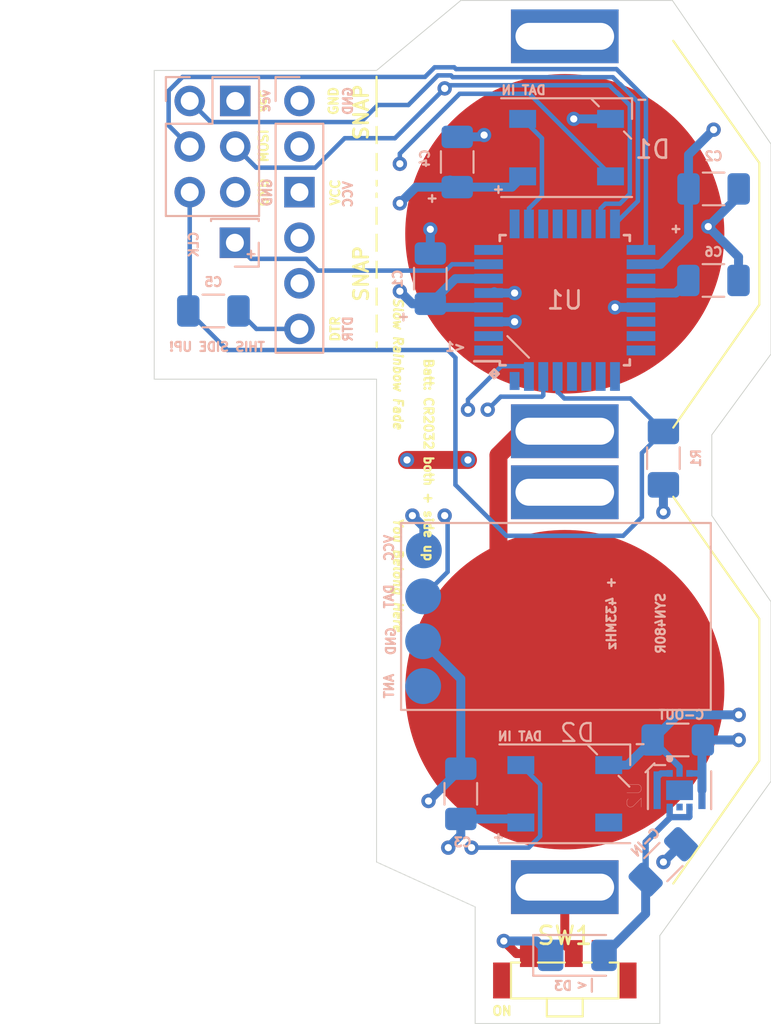
<source format=kicad_pcb>
(kicad_pcb (version 20171130) (host pcbnew "(5.1.6)-1")

  (general
    (thickness 1.6)
    (drawings 54)
    (tracks 227)
    (zones 0)
    (modules 23)
    (nets 37)
  )

  (page A4)
  (layers
    (0 F.Cu signal hide)
    (1 In1.Cu_GND power)
    (2 In2.Cu_vREG power)
    (31 B.Cu signal)
    (32 B.Adhes user hide)
    (33 F.Adhes user hide)
    (34 B.Paste user)
    (35 F.Paste user hide)
    (36 B.SilkS user)
    (37 F.SilkS user hide)
    (38 B.Mask user)
    (39 F.Mask user hide)
    (40 Dwgs.User user hide)
    (41 Cmts.User user hide)
    (42 Eco1.User user hide)
    (43 Eco2.User user hide)
    (44 Edge.Cuts user)
    (45 Margin user hide)
    (46 B.CrtYd user)
    (47 F.CrtYd user hide)
    (48 B.Fab user)
    (49 F.Fab user hide)
  )

  (setup
    (last_trace_width 0.5)
    (user_trace_width 0.35)
    (user_trace_width 0.5)
    (user_trace_width 1)
    (trace_clearance 0.2)
    (zone_clearance 0.254)
    (zone_45_only yes)
    (trace_min 0.2)
    (via_size 0.8)
    (via_drill 0.4)
    (via_min_size 0.4)
    (via_min_drill 0.3)
    (uvia_size 0.3)
    (uvia_drill 0.1)
    (uvias_allowed no)
    (uvia_min_size 0.2)
    (uvia_min_drill 0.1)
    (edge_width 0.05)
    (segment_width 0.2)
    (pcb_text_width 0.3)
    (pcb_text_size 1.5 1.5)
    (mod_edge_width 0.12)
    (mod_text_size 1 1)
    (mod_text_width 0.15)
    (pad_size 1.6 0.55)
    (pad_drill 0)
    (pad_to_mask_clearance 0.051)
    (solder_mask_min_width 0.25)
    (aux_axis_origin 0 0)
    (visible_elements 7FFFFFFF)
    (pcbplotparams
      (layerselection 0x010f0_ffffffff)
      (usegerberextensions false)
      (usegerberattributes false)
      (usegerberadvancedattributes false)
      (creategerberjobfile false)
      (excludeedgelayer true)
      (linewidth 0.100000)
      (plotframeref false)
      (viasonmask false)
      (mode 1)
      (useauxorigin false)
      (hpglpennumber 1)
      (hpglpenspeed 20)
      (hpglpendiameter 15.000000)
      (psnegative false)
      (psa4output false)
      (plotreference true)
      (plotvalue true)
      (plotinvisibletext false)
      (padsonsilk false)
      (subtractmaskfromsilk false)
      (outputformat 1)
      (mirror false)
      (drillshape 0)
      (scaleselection 1)
      (outputdirectory "plot/"))
  )

  (net 0 "")
  (net 1 GND)
  (net 2 vCC_REG)
  (net 3 "Net-(D2-Pad2)")
  (net 4 "Net-(U1-Pad32)")
  (net 5 "Net-(U1-Pad28)")
  (net 6 "Net-(U1-Pad27)")
  (net 7 "Net-(U1-Pad26)")
  (net 8 "Net-(U1-Pad25)")
  (net 9 "Net-(U1-Pad24)")
  (net 10 "Net-(U1-Pad23)")
  (net 11 "Net-(U1-Pad22)")
  (net 12 "Net-(U1-Pad19)")
  (net 13 "Net-(U1-Pad14)")
  (net 14 "Net-(U1-Pad13)")
  (net 15 "Net-(U1-Pad12)")
  (net 16 "Net-(U1-Pad11)")
  (net 17 "Net-(U1-Pad9)")
  (net 18 "Net-(U1-Pad8)")
  (net 19 "Net-(U1-Pad7)")
  (net 20 "Net-(U1-Pad2)")
  (net 21 "Net-(U1-Pad1)")
  (net 22 vBatt)
  (net 23 LED1DIN)
  (net 24 vBattSwitched)
  (net 25 DAT_LED-LED)
  (net 26 VBattSwitchedProtected)
  (net 27 vBattSeries)
  (net 28 RST)
  (net 29 "Net-(C5-Pad1)")
  (net 30 MOSI)
  (net 31 SCK)
  (net 32 FTDI_RX)
  (net 33 FTDI_TX)
  (net 34 MISO)
  (net 35 "Net-(U2-Pad5)")
  (net 36 REGINDUCT1)

  (net_class Default "This is the default net class."
    (clearance 0.2)
    (trace_width 0.25)
    (via_dia 0.8)
    (via_drill 0.4)
    (uvia_dia 0.3)
    (uvia_drill 0.1)
    (add_net DAT_LED-LED)
    (add_net FTDI_RX)
    (add_net FTDI_TX)
    (add_net GND)
    (add_net LED1DIN)
    (add_net MISO)
    (add_net MOSI)
    (add_net "Net-(C5-Pad1)")
    (add_net "Net-(D2-Pad2)")
    (add_net "Net-(U1-Pad1)")
    (add_net "Net-(U1-Pad11)")
    (add_net "Net-(U1-Pad12)")
    (add_net "Net-(U1-Pad13)")
    (add_net "Net-(U1-Pad14)")
    (add_net "Net-(U1-Pad19)")
    (add_net "Net-(U1-Pad2)")
    (add_net "Net-(U1-Pad22)")
    (add_net "Net-(U1-Pad23)")
    (add_net "Net-(U1-Pad24)")
    (add_net "Net-(U1-Pad25)")
    (add_net "Net-(U1-Pad26)")
    (add_net "Net-(U1-Pad27)")
    (add_net "Net-(U1-Pad28)")
    (add_net "Net-(U1-Pad32)")
    (add_net "Net-(U1-Pad7)")
    (add_net "Net-(U1-Pad8)")
    (add_net "Net-(U1-Pad9)")
    (add_net "Net-(U2-Pad5)")
    (add_net REGINDUCT1)
    (add_net RST)
    (add_net SCK)
    (add_net VBattSwitchedProtected)
    (add_net vBatt)
    (add_net vBattSeries)
    (add_net vBattSwitched)
    (add_net vCC_REG)
  )

  (module "SRF Pendants:snap-break-line-2.54mm" (layer F.Cu) (tedit 5EE95EAB) (tstamp 5ED278A3)
    (at 78.5 107.75 90)
    (fp_text reference break-line-2.54mm (at 0 -0.4064 90) (layer F.SilkS) hide
      (effects (font (size 1 1) (thickness 0.2)))
    )
    (fp_text value VAL** (at 0 2.1 90) (layer F.SilkS) hide
      (effects (font (size 1 1) (thickness 0.2)))
    )
    (fp_line (start -4.064 0.508) (end 4.5 0.5) (layer F.SilkS) (width 0.12))
    (fp_text user SNAP (at 0.0254 -0.3556 90) (layer F.SilkS)
      (effects (font (size 0.8 0.8) (thickness 0.15)))
    )
    (pad "" np_thru_hole circle (at 4 0.5 90) (size 0.5 0.5) (drill 0.5) (layers *.Cu *.Mask))
    (pad "" np_thru_hole circle (at 2.5 0.5 90) (size 0.5 0.5) (drill 0.5) (layers *.Cu *.Mask))
    (pad "" np_thru_hole circle (at 1 0.5 90) (size 0.5 0.5) (drill 0.5) (layers *.Cu *.Mask))
    (pad "" np_thru_hole circle (at -2 0.5 90) (size 0.5 0.5) (drill 0.5) (layers *.Cu *.Mask))
    (pad "" np_thru_hole circle (at -0.5 0.5 90) (size 0.5 0.5) (drill 0.5) (layers *.Cu *.Mask))
    (pad "" np_thru_hole circle (at -3.5 0.5 90) (size 0.5 0.5) (drill 0.5) (layers *.Cu *.Mask))
  )

  (module "SRF Pendants:snap-break-line-2.54mm" (layer F.Cu) (tedit 5EE95BA5) (tstamp 5EE964F6)
    (at 78.5 98.75 90)
    (fp_text reference break-line-2.54mm (at 0 -0.4064 90) (layer F.SilkS) hide
      (effects (font (size 1 1) (thickness 0.2)))
    )
    (fp_text value VAL** (at 0 2.1 90) (layer F.SilkS) hide
      (effects (font (size 1 1) (thickness 0.2)))
    )
    (fp_line (start -4.064 0.508) (end 2 0.5) (layer F.SilkS) (width 0.12))
    (fp_text user SNAP (at 0.0254 -0.3556 90) (layer F.SilkS)
      (effects (font (size 0.8 0.8) (thickness 0.15)))
    )
    (pad "" np_thru_hole circle (at -3.5 0.5 90) (size 0.5 0.5) (drill 0.5) (layers *.Cu *.Mask))
    (pad "" np_thru_hole circle (at -2 0.5 90) (size 0.5 0.5) (drill 0.5) (layers *.Cu *.Mask))
    (pad "" np_thru_hole circle (at -0.5 0.5 90) (size 0.5 0.5) (drill 0.5) (layers *.Cu *.Mask))
  )

  (module Battery:BatteryHolder_Keystone_3002_1x2032 (layer F.Cu) (tedit 5EE94A88) (tstamp 5EE95940)
    (at 89.5 105.5 90)
    (descr https://www.tme.eu/it/Document/a823211ec201a9e209042d155fe22d2b/KEYS2996.pdf)
    (tags "BR2016 CR2016 DL2016 BR2020 CL2020 BR2025 CR2025 DL2025 DR2032 CR2032 DL2032")
    (path /5E52D5E8)
    (attr smd)
    (fp_text reference BT1 (at -9.15 9.7 90) (layer F.SilkS) hide
      (effects (font (size 1 1) (thickness 0.15)))
    )
    (fp_text value Battery_Cell (at 0 -11 90) (layer F.Fab)
      (effects (font (size 1 1) (thickness 0.15)))
    )
    (fp_line (start -15.35 -2.55) (end -15.35 2.55) (layer F.Fab) (width 0.1))
    (fp_line (start -15.35 2.55) (end -10.55 2.55) (layer F.Fab) (width 0.1))
    (fp_line (start -15.35 -2.55) (end -10.55 -2.55) (layer F.Fab) (width 0.1))
    (fp_line (start -10.55 2.55) (end -10.55 5.85) (layer F.Fab) (width 0.1))
    (fp_line (start 10.55 2.55) (end 10.55 5.9) (layer F.Fab) (width 0.1))
    (fp_line (start -3.8 10.6) (end 3.8 10.6) (layer F.Fab) (width 0.1))
    (fp_line (start 10.55 2.55) (end 15.35 2.55) (layer F.Fab) (width 0.1))
    (fp_line (start 15.35 2.55) (end 15.35 -2.55) (layer F.Fab) (width 0.1))
    (fp_line (start 15.35 -2.55) (end 10.55 -2.55) (layer F.Fab) (width 0.1))
    (fp_line (start 10.55 -2.55) (end 10.55 -9.3) (layer F.Fab) (width 0.1))
    (fp_line (start 10.55 -9.3) (end -10.55 -9.3) (layer F.Fab) (width 0.1))
    (fp_line (start -10.55 -2.55) (end -10.55 -9.3) (layer F.Fab) (width 0.1))
    (fp_line (start -10.55 5.85) (end -3.8 10.6) (layer F.Fab) (width 0.1))
    (fp_line (start -10.8 6.05) (end -3.95 10.85) (layer F.SilkS) (width 0.12))
    (fp_line (start -3.95 10.85) (end 3.95 10.85) (layer F.SilkS) (width 0.12))
    (fp_line (start 3.95 10.85) (end 10.75 6.05) (layer F.SilkS) (width 0.12))
    (fp_line (start 10.55 5.9) (end 3.8 10.6) (layer F.Fab) (width 0.1))
    (fp_circle (center 0 0) (end 10 0) (layer Dwgs.User) (width 0.2))
    (fp_line (start -15.85 -3.05) (end -11.05 -3.05) (layer F.CrtYd) (width 0.05))
    (fp_line (start -11.05 -3.05) (end -11.05 -9.8) (layer F.CrtYd) (width 0.05))
    (fp_line (start -11.05 -9.8) (end -3.9 -9.8) (layer F.CrtYd) (width 0.05))
    (fp_line (start 11.05 -9.8) (end 3.9 -9.8) (layer F.CrtYd) (width 0.05))
    (fp_line (start 11.05 -9.8) (end 11.05 -3.05) (layer F.CrtYd) (width 0.05))
    (fp_line (start 11.05 -3.05) (end 15.85 -3.05) (layer F.CrtYd) (width 0.05))
    (fp_line (start 15.85 -3.05) (end 15.85 3.05) (layer F.CrtYd) (width 0.05))
    (fp_line (start 15.85 3.05) (end 11.05 3.05) (layer F.CrtYd) (width 0.05))
    (fp_line (start 11.05 3.05) (end 11.05 6.35) (layer F.CrtYd) (width 0.05))
    (fp_line (start 11.05 6.35) (end 4.3 11.1) (layer F.CrtYd) (width 0.05))
    (fp_line (start 4.3 11.1) (end -4.3 11.1) (layer F.CrtYd) (width 0.05))
    (fp_line (start -4.3 11.1) (end -11.05 6.35) (layer F.CrtYd) (width 0.05))
    (fp_line (start -11.05 6.35) (end -11.05 3.05) (layer F.CrtYd) (width 0.05))
    (fp_line (start -11.05 3.05) (end -15.85 3.05) (layer F.CrtYd) (width 0.05))
    (fp_line (start -15.85 3.05) (end -15.85 -3.05) (layer F.CrtYd) (width 0.05))
    (fp_text user %R (at -9.15 9.7 90) (layer F.Fab)
      (effects (font (size 1 1) (thickness 0.15)))
    )
    (fp_arc (start 0 0) (end 3.9 -9.8) (angle -43.40107348) (layer F.CrtYd) (width 0.05))
    (pad 1 thru_hole rect (at 11 0 90) (size 3 6) (drill oval 1.5 5.5) (layers *.Cu *.Mask)
      (net 27 vBattSeries))
    (pad 1 thru_hole rect (at -11 0 90) (size 3 6) (drill oval 1.5 5.5) (layers *.Cu *.Mask)
      (net 27 vBattSeries))
    (pad 2 smd circle (at 0 0 90) (size 17.8 17.8) (layers F.Cu F.Mask)
      (net 1 GND))
    (model ${KISYS3DMOD}/Battery.3dshapes/BatteryHolder_Keystone_3002_1x2032.wrl
      (at (xyz 0 0 0))
      (scale (xyz 1 1 1))
      (rotate (xyz 0 0 0))
    )
  )

  (module Battery:BatteryHolder_Keystone_3002_1x2032 (layer F.Cu) (tedit 5EE94A4A) (tstamp 5E7BD46D)
    (at 89.5 130.9 90)
    (descr https://www.tme.eu/it/Document/a823211ec201a9e209042d155fe22d2b/KEYS2996.pdf)
    (tags "BR2016 CR2016 DL2016 BR2020 CL2020 BR2025 CR2025 DL2025 DR2032 CR2032 DL2032")
    (path /5E52D5E8)
    (attr smd)
    (fp_text reference BT1 (at -9.15 9.7 90) (layer F.SilkS) hide
      (effects (font (size 1 1) (thickness 0.15)))
    )
    (fp_text value Battery_Cell (at 0 -11 90) (layer F.Fab)
      (effects (font (size 1 1) (thickness 0.15)))
    )
    (fp_line (start -15.35 -2.55) (end -15.35 2.55) (layer F.Fab) (width 0.1))
    (fp_line (start -15.35 2.55) (end -10.55 2.55) (layer F.Fab) (width 0.1))
    (fp_line (start -15.35 -2.55) (end -10.55 -2.55) (layer F.Fab) (width 0.1))
    (fp_line (start -10.55 2.55) (end -10.55 5.85) (layer F.Fab) (width 0.1))
    (fp_line (start 10.55 2.55) (end 10.55 5.9) (layer F.Fab) (width 0.1))
    (fp_line (start -3.8 10.6) (end 3.8 10.6) (layer F.Fab) (width 0.1))
    (fp_line (start 10.55 2.55) (end 15.35 2.55) (layer F.Fab) (width 0.1))
    (fp_line (start 15.35 2.55) (end 15.35 -2.55) (layer F.Fab) (width 0.1))
    (fp_line (start 15.35 -2.55) (end 10.55 -2.55) (layer F.Fab) (width 0.1))
    (fp_line (start 10.55 -2.55) (end 10.55 -9.3) (layer F.Fab) (width 0.1))
    (fp_line (start 10.55 -9.3) (end -10.55 -9.3) (layer F.Fab) (width 0.1))
    (fp_line (start -10.55 -2.55) (end -10.55 -9.3) (layer F.Fab) (width 0.1))
    (fp_line (start -10.55 5.85) (end -3.8 10.6) (layer F.Fab) (width 0.1))
    (fp_line (start -10.8 6.05) (end -3.95 10.85) (layer F.SilkS) (width 0.12))
    (fp_line (start -3.95 10.85) (end 3.95 10.85) (layer F.SilkS) (width 0.12))
    (fp_line (start 3.95 10.85) (end 10.75 6.05) (layer F.SilkS) (width 0.12))
    (fp_line (start 10.55 5.9) (end 3.8 10.6) (layer F.Fab) (width 0.1))
    (fp_circle (center 0 0) (end 10 0) (layer Dwgs.User) (width 0.2))
    (fp_line (start -15.85 -3.05) (end -11.05 -3.05) (layer F.CrtYd) (width 0.05))
    (fp_line (start -11.05 -3.05) (end -11.05 -9.8) (layer F.CrtYd) (width 0.05))
    (fp_line (start -11.05 -9.8) (end -3.9 -9.8) (layer F.CrtYd) (width 0.05))
    (fp_line (start 11.05 -9.8) (end 3.9 -9.8) (layer F.CrtYd) (width 0.05))
    (fp_line (start 11.05 -9.8) (end 11.05 -3.05) (layer F.CrtYd) (width 0.05))
    (fp_line (start 11.05 -3.05) (end 15.85 -3.05) (layer F.CrtYd) (width 0.05))
    (fp_line (start 15.85 -3.05) (end 15.85 3.05) (layer F.CrtYd) (width 0.05))
    (fp_line (start 15.85 3.05) (end 11.05 3.05) (layer F.CrtYd) (width 0.05))
    (fp_line (start 11.05 3.05) (end 11.05 6.35) (layer F.CrtYd) (width 0.05))
    (fp_line (start 11.05 6.35) (end 4.3 11.1) (layer F.CrtYd) (width 0.05))
    (fp_line (start 4.3 11.1) (end -4.3 11.1) (layer F.CrtYd) (width 0.05))
    (fp_line (start -4.3 11.1) (end -11.05 6.35) (layer F.CrtYd) (width 0.05))
    (fp_line (start -11.05 6.35) (end -11.05 3.05) (layer F.CrtYd) (width 0.05))
    (fp_line (start -11.05 3.05) (end -15.85 3.05) (layer F.CrtYd) (width 0.05))
    (fp_line (start -15.85 3.05) (end -15.85 -3.05) (layer F.CrtYd) (width 0.05))
    (fp_text user %R (at -9.15 9.7 90) (layer F.Fab)
      (effects (font (size 1 1) (thickness 0.15)))
    )
    (fp_arc (start 0 0) (end 3.9 -9.8) (angle -43.40107348) (layer F.CrtYd) (width 0.05))
    (pad 1 thru_hole rect (at 11 0 90) (size 3 6) (drill oval 1.5 5.5) (layers *.Cu *.Mask)
      (net 22 vBatt))
    (pad 1 thru_hole rect (at -11 0 90) (size 3 6) (drill oval 1.5 5.5) (layers *.Cu *.Mask)
      (net 22 vBatt))
    (pad 2 smd circle (at 0 0 90) (size 17.8 17.8) (layers F.Cu F.Mask)
      (net 27 vBattSeries))
    (model ${KISYS3DMOD}/Battery.3dshapes/BatteryHolder_Keystone_3002_1x2032.wrl
      (at (xyz 0 0 0))
      (scale (xyz 1 1 1))
      (rotate (xyz 0 0 0))
    )
  )

  (module Connector_PinSocket_2.54mm:PinSocket_1x01_P2.54mm_Vertical (layer B.Cu) (tedit 5EE6A6CD) (tstamp 5EE7142D)
    (at 71.1 106)
    (descr "Through hole straight socket strip, 1x01, 2.54mm pitch, single row (from Kicad 4.0.7), script generated")
    (tags "Through hole socket strip THT 1x01 2.54mm single row")
    (fp_text reference REF** (at 0 2.77) (layer B.SilkS) hide
      (effects (font (size 1 1) (thickness 0.15)) (justify mirror))
    )
    (fp_text value PinSocket_1x01_P2.54mm_Vertical (at 0 -2.77) (layer B.Fab)
      (effects (font (size 1 1) (thickness 0.15)) (justify mirror))
    )
    (fp_text user %R (at 0 0) (layer B.Fab)
      (effects (font (size 1 1) (thickness 0.15)) (justify mirror))
    )
    (fp_line (start -1.27 1.27) (end 0.635 1.27) (layer B.Fab) (width 0.1))
    (fp_line (start 0.635 1.27) (end 1.27 0.635) (layer B.Fab) (width 0.1))
    (fp_line (start 1.27 0.635) (end 1.27 -1.27) (layer B.Fab) (width 0.1))
    (fp_line (start 1.27 -1.27) (end -1.27 -1.27) (layer B.Fab) (width 0.1))
    (fp_line (start -1.27 -1.27) (end -1.27 1.27) (layer B.Fab) (width 0.1))
    (fp_line (start -1.33 -1.33) (end 1.33 -1.33) (layer B.SilkS) (width 0.12))
    (fp_line (start -1.33 -1.21) (end -1.33 -1.33) (layer B.SilkS) (width 0.12))
    (fp_line (start 1.33 -1.21) (end 1.33 -1.33) (layer B.SilkS) (width 0.12))
    (fp_line (start 1.33 1.33) (end 1.33 0) (layer B.SilkS) (width 0.12))
    (fp_line (start 0 1.33) (end 1.33 1.33) (layer B.SilkS) (width 0.12))
    (fp_line (start -1.8 1.8) (end 1.75 1.8) (layer B.CrtYd) (width 0.05))
    (fp_line (start 1.75 1.8) (end 1.75 -1.75) (layer B.CrtYd) (width 0.05))
    (fp_line (start 1.75 -1.75) (end -1.8 -1.75) (layer B.CrtYd) (width 0.05))
    (fp_line (start -1.8 -1.75) (end -1.8 1.8) (layer B.CrtYd) (width 0.05))
    (pad 1 thru_hole rect (at 0 0) (size 1.7 1.7) (drill 1) (layers *.Cu *.Mask)
      (net 19 "Net-(U1-Pad7)"))
    (model ${KISYS3DMOD}/Connector_PinSocket_2.54mm.3dshapes/PinSocket_1x01_P2.54mm_Vertical.wrl
      (at (xyz 0 0 0))
      (scale (xyz 1 1 1))
      (rotate (xyz 0 0 0))
    )
  )

  (module "SRF Pendants:VREG_XCL220B283FR-G" (layer B.Cu) (tedit 5EE67F59) (tstamp 5EE6F506)
    (at 95.9 136.5 270)
    (path /5EE9AEDA)
    (fp_text reference U2 (at 0.29 2.508 90) (layer B.SilkS)
      (effects (font (size 0.8 0.8) (thickness 0.015)) (justify mirror))
    )
    (fp_text value XCL210C331GR-G (at 7.402 -2.508 90) (layer B.Fab)
      (effects (font (size 0.8 0.8) (thickness 0.015)) (justify mirror))
    )
    (fp_line (start -1.05 1.3) (end -1.05 -1.3) (layer B.Fab) (width 0.127))
    (fp_line (start -1.05 -1.3) (end 1.05 -1.3) (layer B.Fab) (width 0.127))
    (fp_line (start 1.05 -1.3) (end 1.05 1.3) (layer B.Fab) (width 0.127))
    (fp_line (start 1.05 1.3) (end -1.05 1.3) (layer B.Fab) (width 0.127))
    (fp_line (start -1.375 1.7) (end -1.375 -1.7) (layer B.CrtYd) (width 0.05))
    (fp_line (start -1.375 -1.7) (end 1.375 -1.7) (layer B.CrtYd) (width 0.05))
    (fp_line (start 1.375 -1.7) (end 1.375 1.7) (layer B.CrtYd) (width 0.05))
    (fp_line (start 1.375 1.7) (end -1.375 1.7) (layer B.CrtYd) (width 0.05))
    (fp_circle (center -1.75 0.55) (end -1.65 0.55) (layer B.SilkS) (width 0.2))
    (fp_circle (center -1.75 0.55) (end -1.65 0.55) (layer B.Fab) (width 0.2))
    (fp_line (start 1.05 1.7635) (end -1.05 1.7635) (layer B.SilkS) (width 0.127))
    (fp_line (start 1.05 -1.7635) (end -1.05 -1.7635) (layer B.SilkS) (width 0.127))
    (fp_poly (pts (xy -1.1 0.15) (xy -0.8 0.15) (xy -0.8 -0.15) (xy -1.1 -0.15)) (layer B.Paste) (width 0.01))
    (fp_poly (pts (xy -1.1 0.7) (xy -0.8 0.7) (xy -0.8 0.4) (xy -1.1 0.4)) (layer B.Paste) (width 0.01))
    (fp_poly (pts (xy -1.1 -0.4) (xy -0.8 -0.4) (xy -0.8 -0.7) (xy -1.1 -0.7)) (layer B.Paste) (width 0.01))
    (fp_poly (pts (xy 0.8 0.15) (xy 1.1 0.15) (xy 1.1 -0.15) (xy 0.8 -0.15)) (layer B.Paste) (width 0.01))
    (fp_poly (pts (xy 0.8 -0.4) (xy 1.1 -0.4) (xy 1.1 -0.7) (xy 0.8 -0.7)) (layer B.Paste) (width 0.01))
    (fp_poly (pts (xy 0.8 0.7) (xy 1.1 0.7) (xy 1.1 0.4) (xy 0.8 0.4)) (layer B.Paste) (width 0.01))
    (fp_poly (pts (xy -1.025 -1.1) (xy 1.025 -1.1) (xy 1.025 -1.425) (xy -1.025 -1.425)) (layer B.Paste) (width 0.01))
    (fp_poly (pts (xy -1.025 1.425) (xy 1.025 1.425) (xy 1.025 1.1) (xy -1.025 1.1)) (layer B.Paste) (width 0.01))
    (fp_poly (pts (xy -0.45 -0.25) (xy 0.45 -0.25) (xy 0.45 -0.65) (xy -0.45 -0.65)) (layer B.Paste) (width 0.01))
    (fp_poly (pts (xy -0.45 0.65) (xy 0.45 0.65) (xy 0.45 0.25) (xy -0.45 0.25)) (layer B.Paste) (width 0.01))
    (pad 1 smd rect (at -0.9375 0.55 270) (size 0.375 0.35) (layers B.Cu B.Mask)
      (net 36 REGINDUCT1))
    (pad 2 smd rect (at -0.9375 0 270) (size 0.375 0.35) (layers B.Cu B.Mask)
      (net 1 GND))
    (pad 3 smd rect (at -0.9375 -0.55 270) (size 0.375 0.35) (layers B.Cu B.Mask)
      (net 2 vCC_REG))
    (pad 4 smd rect (at 0.9375 -0.55 270) (size 0.375 0.35) (layers B.Cu B.Mask)
      (net 26 VBattSwitchedProtected))
    (pad 5 smd rect (at 0.9375 0 270) (size 0.375 0.35) (layers B.Cu B.Mask)
      (net 35 "Net-(U2-Pad5)"))
    (pad 6 smd rect (at 0.9375 0.55 270) (size 0.375 0.35) (layers B.Cu B.Mask)
      (net 26 VBattSwitchedProtected))
    (pad 7 smd rect (at 0 1.25 270) (size 2.1 0.4) (layers B.Cu B.Mask)
      (net 36 REGINDUCT1))
    (pad 8 smd rect (at 0 -1.25 270) (size 2.1 0.4) (layers B.Cu B.Mask)
      (net 2 vCC_REG))
    (pad 9 smd rect (at 0 0 270) (size 1.1 1.5) (layers B.Cu B.Mask))
  )

  (module Capacitor_SMD:C_1206_3216Metric (layer B.Cu) (tedit 5B301BBE) (tstamp 5EE6E81A)
    (at 95.8 133.7)
    (descr "Capacitor SMD 1206 (3216 Metric), square (rectangular) end terminal, IPC_7351 nominal, (Body size source: http://www.tortai-tech.com/upload/download/2011102023233369053.pdf), generated with kicad-footprint-generator")
    (tags capacitor)
    (path /5EEABF93)
    (attr smd)
    (fp_text reference C-OUT (at 0.2 -1.4) (layer B.SilkS)
      (effects (font (size 0.5 0.5) (thickness 0.125)) (justify mirror))
    )
    (fp_text value C_Small (at 0 -1.82) (layer B.Fab)
      (effects (font (size 1 1) (thickness 0.15)) (justify mirror))
    )
    (fp_line (start -1.6 -0.8) (end -1.6 0.8) (layer B.Fab) (width 0.1))
    (fp_line (start -1.6 0.8) (end 1.6 0.8) (layer B.Fab) (width 0.1))
    (fp_line (start 1.6 0.8) (end 1.6 -0.8) (layer B.Fab) (width 0.1))
    (fp_line (start 1.6 -0.8) (end -1.6 -0.8) (layer B.Fab) (width 0.1))
    (fp_line (start -0.602064 0.91) (end 0.602064 0.91) (layer B.SilkS) (width 0.12))
    (fp_line (start -0.602064 -0.91) (end 0.602064 -0.91) (layer B.SilkS) (width 0.12))
    (fp_line (start -2.28 -1.12) (end -2.28 1.12) (layer B.CrtYd) (width 0.05))
    (fp_line (start -2.28 1.12) (end 2.28 1.12) (layer B.CrtYd) (width 0.05))
    (fp_line (start 2.28 1.12) (end 2.28 -1.12) (layer B.CrtYd) (width 0.05))
    (fp_line (start 2.28 -1.12) (end -2.28 -1.12) (layer B.CrtYd) (width 0.05))
    (fp_text user %R (at 0 0) (layer B.Fab)
      (effects (font (size 0.8 0.8) (thickness 0.12)) (justify mirror))
    )
    (pad 2 smd roundrect (at 1.4 0) (size 1.25 1.75) (layers B.Cu B.Paste B.Mask) (roundrect_rratio 0.2)
      (net 2 vCC_REG))
    (pad 1 smd roundrect (at -1.4 0) (size 1.25 1.75) (layers B.Cu B.Paste B.Mask) (roundrect_rratio 0.2)
      (net 1 GND))
    (model ${KISYS3DMOD}/Capacitor_SMD.3dshapes/C_1206_3216Metric.wrl
      (at (xyz 0 0 0))
      (scale (xyz 1 1 1))
      (rotate (xyz 0 0 0))
    )
  )

  (module Capacitor_SMD:C_1206_3216Metric (layer B.Cu) (tedit 5B301BBE) (tstamp 5EE71248)
    (at 95 140.5 45)
    (descr "Capacitor SMD 1206 (3216 Metric), square (rectangular) end terminal, IPC_7351 nominal, (Body size source: http://www.tortai-tech.com/upload/download/2011102023233369053.pdf), generated with kicad-footprint-generator")
    (tags capacitor)
    (path /5EEAD7F6)
    (attr smd)
    (fp_text reference C-IN (at 0.070711 -1.484924 225) (layer B.SilkS)
      (effects (font (size 0.5 0.5) (thickness 0.125)) (justify mirror))
    )
    (fp_text value C_Small (at 0 -1.82 45) (layer B.Fab)
      (effects (font (size 1 1) (thickness 0.15)) (justify mirror))
    )
    (fp_line (start -1.6 -0.8) (end -1.6 0.8) (layer B.Fab) (width 0.1))
    (fp_line (start -1.6 0.8) (end 1.6 0.8) (layer B.Fab) (width 0.1))
    (fp_line (start 1.6 0.8) (end 1.6 -0.8) (layer B.Fab) (width 0.1))
    (fp_line (start 1.6 -0.8) (end -1.6 -0.8) (layer B.Fab) (width 0.1))
    (fp_line (start -0.602064 0.91) (end 0.602064 0.91) (layer B.SilkS) (width 0.12))
    (fp_line (start -0.602064 -0.91) (end 0.602064 -0.91) (layer B.SilkS) (width 0.12))
    (fp_line (start -2.28 -1.12) (end -2.28 1.12) (layer B.CrtYd) (width 0.05))
    (fp_line (start -2.28 1.12) (end 2.28 1.12) (layer B.CrtYd) (width 0.05))
    (fp_line (start 2.28 1.12) (end 2.28 -1.12) (layer B.CrtYd) (width 0.05))
    (fp_line (start 2.28 -1.12) (end -2.28 -1.12) (layer B.CrtYd) (width 0.05))
    (fp_text user %R (at 0 0 45) (layer B.Fab)
      (effects (font (size 0.8 0.8) (thickness 0.12)) (justify mirror))
    )
    (pad 2 smd roundrect (at 1.4 0 45) (size 1.25 1.75) (layers B.Cu B.Paste B.Mask) (roundrect_rratio 0.2)
      (net 1 GND))
    (pad 1 smd roundrect (at -1.4 0 45) (size 1.25 1.75) (layers B.Cu B.Paste B.Mask) (roundrect_rratio 0.2)
      (net 26 VBattSwitchedProtected))
    (model ${KISYS3DMOD}/Capacitor_SMD.3dshapes/C_1206_3216Metric.wrl
      (at (xyz 0 0 0))
      (scale (xyz 1 1 1))
      (rotate (xyz 0 0 0))
    )
  )

  (module LED_SMD:LED_SK6812_PLCC4_5.0x5.0mm_P3.2mm (layer B.Cu) (tedit 5EE69EA2) (tstamp 5ED2ADE3)
    (at 89.6 100.7)
    (descr https://cdn-shop.adafruit.com/product-files/1138/SK6812+LED+datasheet+.pdf)
    (tags "LED RGB NeoPixel")
    (path /5E52C706)
    (attr smd)
    (fp_text reference + (at -3.8 2.3) (layer B.SilkS)
      (effects (font (size 0.5 0.5) (thickness 0.125)) (justify mirror))
    )
    (fp_text value WS2812B (at 0 -3.25) (layer B.Fab)
      (effects (font (size 1 1) (thickness 0.15)) (justify mirror))
    )
    (fp_line (start 3.45 2.75) (end -3.45 2.75) (layer B.CrtYd) (width 0.05))
    (fp_line (start 3.45 -2.75) (end 3.45 2.75) (layer B.CrtYd) (width 0.05))
    (fp_line (start -3.45 -2.75) (end 3.45 -2.75) (layer B.CrtYd) (width 0.05))
    (fp_line (start -3.45 2.75) (end -3.45 -2.75) (layer B.CrtYd) (width 0.05))
    (fp_line (start 2.5 -1.5) (end 1.5 -2.5) (layer B.Fab) (width 0.1))
    (fp_line (start -2.5 2.5) (end -2.5 -2.5) (layer B.Fab) (width 0.1))
    (fp_line (start -2.5 -2.5) (end 2.5 -2.5) (layer B.Fab) (width 0.1))
    (fp_line (start 2.5 -2.5) (end 2.5 2.5) (layer B.Fab) (width 0.1))
    (fp_line (start 2.5 2.5) (end -2.5 2.5) (layer B.Fab) (width 0.1))
    (fp_line (start -3.65 2.75) (end 3.65 2.75) (layer B.SilkS) (width 0.12))
    (fp_line (start -3.65 -2.75) (end 3.65 -2.75) (layer B.SilkS) (width 0.12))
    (fp_line (start 3.65 -2.75) (end 3.65 -1.6) (layer B.SilkS) (width 0.12))
    (fp_circle (center 0 0) (end 0 2) (layer B.Fab) (width 0.1))
    (fp_text user "DAT IN" (at -2.4 -3.2) (layer B.SilkS)
      (effects (font (size 0.5 0.5) (thickness 0.125)) (justify mirror))
    )
    (fp_text user %R (at 0 0) (layer B.Fab)
      (effects (font (size 0.5 0.5) (thickness 0.1)) (justify mirror))
    )
    (pad 3 smd rect (at -2.45 1.6) (size 1.5 1) (layers B.Cu B.Paste B.Mask)
      (net 2 vCC_REG))
    (pad 4 smd rect (at -2.45 -1.6) (size 1.5 1) (layers B.Cu B.Paste B.Mask)
      (net 23 LED1DIN))
    (pad 2 smd rect (at 2.45 1.6) (size 1.5 1) (layers B.Cu B.Paste B.Mask)
      (net 25 DAT_LED-LED))
    (pad 1 smd rect (at 2.45 -1.6) (size 1.5 1) (layers B.Cu B.Paste B.Mask)
      (net 1 GND))
    (model ${KISYS3DMOD}/LED_SMD.3dshapes/LED_SK6812_PLCC4_5.0x5.0mm_P3.2mm.wrl
      (at (xyz 0 0 0))
      (scale (xyz 1 1 1))
      (rotate (xyz 0 0 0))
    )
  )

  (module LED_SMD:LED_SK6812_PLCC4_5.0x5.0mm_P3.2mm (layer B.Cu) (tedit 5EE69E7D) (tstamp 5E7AB7EB)
    (at 89.5 136.7)
    (descr https://cdn-shop.adafruit.com/product-files/1138/SK6812+LED+datasheet+.pdf)
    (tags "LED RGB NeoPixel")
    (path /5E52CF8C)
    (attr smd)
    (fp_text reference D2 (at 0.7 -3.4) (layer B.SilkS)
      (effects (font (size 1 1) (thickness 0.125)) (justify mirror))
    )
    (fp_text value WS2812B (at 0 -3.25) (layer B.Fab)
      (effects (font (size 1 1) (thickness 0.15)) (justify mirror))
    )
    (fp_line (start 3.45 2.75) (end -3.45 2.75) (layer B.CrtYd) (width 0.05))
    (fp_line (start 3.45 -2.75) (end 3.45 2.75) (layer B.CrtYd) (width 0.05))
    (fp_line (start -3.45 -2.75) (end 3.45 -2.75) (layer B.CrtYd) (width 0.05))
    (fp_line (start -3.45 2.75) (end -3.45 -2.75) (layer B.CrtYd) (width 0.05))
    (fp_line (start 2.5 -1.5) (end 1.5 -2.5) (layer B.Fab) (width 0.1))
    (fp_line (start -2.5 2.5) (end -2.5 -2.5) (layer B.Fab) (width 0.1))
    (fp_line (start -2.5 -2.5) (end 2.5 -2.5) (layer B.Fab) (width 0.1))
    (fp_line (start 2.5 -2.5) (end 2.5 2.5) (layer B.Fab) (width 0.1))
    (fp_line (start 2.5 2.5) (end -2.5 2.5) (layer B.Fab) (width 0.1))
    (fp_line (start -3.65 2.75) (end 3.65 2.75) (layer B.SilkS) (width 0.12))
    (fp_line (start -3.65 -2.75) (end 3.65 -2.75) (layer B.SilkS) (width 0.12))
    (fp_line (start 3.65 -2.75) (end 3.65 -1.6) (layer B.SilkS) (width 0.12))
    (fp_circle (center 0 0) (end 0 2) (layer B.Fab) (width 0.1))
    (fp_text user + (at -3.7 2.4 180) (layer B.SilkS)
      (effects (font (size 0.5 0.5) (thickness 0.125)) (justify mirror))
    )
    (fp_text user %R (at 0 0) (layer B.Fab)
      (effects (font (size 0.5 0.5) (thickness 0.1)) (justify mirror))
    )
    (pad 3 smd rect (at -2.45 1.6) (size 1.5 1) (layers B.Cu B.Paste B.Mask)
      (net 2 vCC_REG))
    (pad 4 smd rect (at -2.45 -1.6) (size 1.5 1) (layers B.Cu B.Paste B.Mask)
      (net 25 DAT_LED-LED))
    (pad 2 smd rect (at 2.45 1.6) (size 1.5 1) (layers B.Cu B.Paste B.Mask)
      (net 3 "Net-(D2-Pad2)"))
    (pad 1 smd rect (at 2.45 -1.6) (size 1.5 1) (layers B.Cu B.Paste B.Mask)
      (net 1 GND))
    (model ${KISYS3DMOD}/LED_SMD.3dshapes/LED_SK6812_PLCC4_5.0x5.0mm_P3.2mm.wrl
      (at (xyz 0 0 0))
      (scale (xyz 1 1 1))
      (rotate (xyz 0 0 0))
    )
  )

  (module Capacitor_SMD:C_1206_3216Metric (layer B.Cu) (tedit 5EE63EC8) (tstamp 5ED28D96)
    (at 97.79 108.1)
    (descr "Capacitor SMD 1206 (3216 Metric), square (rectangular) end terminal, IPC_7351 nominal, (Body size source: http://www.tortai-tech.com/upload/download/2011102023233369053.pdf), generated with kicad-footprint-generator")
    (tags capacitor)
    (path /5ED2A670)
    (attr smd)
    (fp_text reference C6 (at 0 -1.59) (layer B.SilkS)
      (effects (font (size 0.5 0.5) (thickness 0.125)) (justify mirror))
    )
    (fp_text value C_Small (at 0 -1.82) (layer B.Fab)
      (effects (font (size 1 1) (thickness 0.15)) (justify mirror))
    )
    (fp_line (start -1.6 -0.8) (end -1.6 0.8) (layer B.Fab) (width 0.1))
    (fp_line (start -1.6 0.8) (end 1.6 0.8) (layer B.Fab) (width 0.1))
    (fp_line (start 1.6 0.8) (end 1.6 -0.8) (layer B.Fab) (width 0.1))
    (fp_line (start 1.6 -0.8) (end -1.6 -0.8) (layer B.Fab) (width 0.1))
    (fp_line (start -0.602064 0.91) (end 0.602064 0.91) (layer B.SilkS) (width 0.12))
    (fp_line (start -0.602064 -0.91) (end 0.602064 -0.91) (layer B.SilkS) (width 0.12))
    (fp_line (start -2.28 -1.12) (end -2.28 1.12) (layer B.CrtYd) (width 0.05))
    (fp_line (start -2.28 1.12) (end 2.28 1.12) (layer B.CrtYd) (width 0.05))
    (fp_line (start 2.28 1.12) (end 2.28 -1.12) (layer B.CrtYd) (width 0.05))
    (fp_line (start 2.28 -1.12) (end -2.28 -1.12) (layer B.CrtYd) (width 0.05))
    (fp_text user %R (at 0 0) (layer B.Fab)
      (effects (font (size 0.8 0.8) (thickness 0.12)) (justify mirror))
    )
    (pad 2 smd roundrect (at 1.4 0) (size 1.25 1.75) (layers B.Cu B.Paste B.Mask) (roundrect_rratio 0.2)
      (net 1 GND))
    (pad 1 smd roundrect (at -1.4 0) (size 1.25 1.75) (layers B.Cu B.Paste B.Mask) (roundrect_rratio 0.2)
      (net 2 vCC_REG))
    (model ${KISYS3DMOD}/Capacitor_SMD.3dshapes/C_1206_3216Metric.wrl
      (at (xyz 0 0 0))
      (scale (xyz 1 1 1))
      (rotate (xyz 0 0 0))
    )
  )

  (module Connector_PinSocket_2.54mm:PinSocket_2x03_P2.54mm_Vertical (layer B.Cu) (tedit 5ED27D56) (tstamp 5ED276D0)
    (at 68.58 98.1 180)
    (descr "Through hole straight socket strip, 2x03, 2.54mm pitch, double cols (from Kicad 4.0.7), script generated")
    (tags "Through hole socket strip THT 2x03 2.54mm double row")
    (path /5ED15D2B)
    (fp_text reference J1 (at -1.27 2.77) (layer B.SilkS) hide
      (effects (font (size 1 1) (thickness 0.15)) (justify mirror))
    )
    (fp_text value AVR-ISP-6 (at -1.27 -7.85) (layer B.Fab)
      (effects (font (size 1 1) (thickness 0.15)) (justify mirror))
    )
    (fp_text user %R (at -1.27 -2.54 270) (layer B.Fab)
      (effects (font (size 1 1) (thickness 0.15)) (justify mirror))
    )
    (fp_line (start -3.81 1.27) (end 0.27 1.27) (layer B.Fab) (width 0.1))
    (fp_line (start 0.27 1.27) (end 1.27 0.27) (layer B.Fab) (width 0.1))
    (fp_line (start 1.27 0.27) (end 1.27 -6.35) (layer B.Fab) (width 0.1))
    (fp_line (start 1.27 -6.35) (end -3.81 -6.35) (layer B.Fab) (width 0.1))
    (fp_line (start -3.81 -6.35) (end -3.81 1.27) (layer B.Fab) (width 0.1))
    (fp_line (start -3.87 1.33) (end -1.27 1.33) (layer B.SilkS) (width 0.12))
    (fp_line (start -3.87 1.33) (end -3.87 -6.41) (layer B.SilkS) (width 0.12))
    (fp_line (start -3.87 -6.41) (end 1.33 -6.41) (layer B.SilkS) (width 0.12))
    (fp_line (start 1.33 -1.27) (end 1.33 -6.41) (layer B.SilkS) (width 0.12))
    (fp_line (start -1.27 -1.27) (end 1.33 -1.27) (layer B.SilkS) (width 0.12))
    (fp_line (start -1.27 1.33) (end -1.27 -1.27) (layer B.SilkS) (width 0.12))
    (fp_line (start 1.33 1.33) (end 1.33 0) (layer B.SilkS) (width 0.12))
    (fp_line (start 0 1.33) (end 1.33 1.33) (layer B.SilkS) (width 0.12))
    (fp_line (start -4.34 1.8) (end 1.76 1.8) (layer B.CrtYd) (width 0.05))
    (fp_line (start 1.76 1.8) (end 1.76 -6.85) (layer B.CrtYd) (width 0.05))
    (fp_line (start 1.76 -6.85) (end -4.34 -6.85) (layer B.CrtYd) (width 0.05))
    (fp_line (start -4.34 -6.85) (end -4.34 1.8) (layer B.CrtYd) (width 0.05))
    (pad 1 thru_hole circle (at 0 0 180) (size 1.7 1.7) (drill 1) (layers *.Cu *.Mask)
      (net 34 MISO))
    (pad 2 thru_hole rect (at -2.54 0 180) (size 1.7 1.7) (drill 1) (layers *.Cu *.Mask)
      (net 2 vCC_REG))
    (pad 3 thru_hole oval (at 0 -2.54 180) (size 1.7 1.7) (drill 1) (layers *.Cu *.Mask)
      (net 31 SCK))
    (pad 4 thru_hole oval (at -2.54 -2.54 180) (size 1.7 1.7) (drill 1) (layers *.Cu *.Mask)
      (net 30 MOSI))
    (pad 5 thru_hole oval (at 0 -5.08 180) (size 1.7 1.7) (drill 1) (layers *.Cu *.Mask)
      (net 28 RST))
    (pad 6 thru_hole oval (at -2.54 -5.08 180) (size 1.7 1.7) (drill 1) (layers *.Cu *.Mask)
      (net 1 GND))
    (model ${KISYS3DMOD}/Connector_PinSocket_2.54mm.3dshapes/PinSocket_2x03_P2.54mm_Vertical.wrl
      (at (xyz 0 0 0))
      (scale (xyz 1 1 1))
      (rotate (xyz 0 0 0))
    )
  )

  (module Connector_PinSocket_2.54mm:PinSocket_1x06_P2.54mm_Vertical (layer B.Cu) (tedit 5EE81E06) (tstamp 5EE96756)
    (at 74.7 98.1 180)
    (descr "Through hole straight socket strip, 1x06, 2.54mm pitch, single row (from Kicad 4.0.7), script generated")
    (tags "Through hole socket strip THT 1x06 2.54mm single row")
    (path /5ED39731)
    (fp_text reference H1 (at 0 2.77) (layer B.SilkS) hide
      (effects (font (size 1 1) (thickness 0.15)) (justify mirror))
    )
    (fp_text value FTDIHeader (at 0 -15.47) (layer B.Fab)
      (effects (font (size 1 1) (thickness 0.15)) (justify mirror))
    )
    (fp_text user %R (at 0 -6.35 270) (layer B.Fab)
      (effects (font (size 1 1) (thickness 0.15)) (justify mirror))
    )
    (fp_line (start -1.27 1.27) (end 0.635 1.27) (layer B.Fab) (width 0.1))
    (fp_line (start 0.635 1.27) (end 1.27 0.635) (layer B.Fab) (width 0.1))
    (fp_line (start 1.27 0.635) (end 1.27 -13.97) (layer B.Fab) (width 0.1))
    (fp_line (start 1.27 -13.97) (end -1.27 -13.97) (layer B.Fab) (width 0.1))
    (fp_line (start -1.27 -13.97) (end -1.27 1.27) (layer B.Fab) (width 0.1))
    (fp_line (start -1.33 -1.27) (end 1.33 -1.27) (layer B.SilkS) (width 0.12))
    (fp_line (start -1.33 -1.27) (end -1.33 -14.03) (layer B.SilkS) (width 0.12))
    (fp_line (start -1.33 -14.03) (end 1.33 -14.03) (layer B.SilkS) (width 0.12))
    (fp_line (start 1.33 -1.27) (end 1.33 -14.03) (layer B.SilkS) (width 0.12))
    (fp_line (start 1.33 1.33) (end 1.33 0) (layer B.SilkS) (width 0.12))
    (fp_line (start 0 1.33) (end 1.33 1.33) (layer B.SilkS) (width 0.12))
    (fp_line (start -1.8 1.8) (end 1.75 1.8) (layer B.CrtYd) (width 0.05))
    (fp_line (start 1.75 1.8) (end 1.75 -14.45) (layer B.CrtYd) (width 0.05))
    (fp_line (start 1.75 -14.45) (end -1.8 -14.45) (layer B.CrtYd) (width 0.05))
    (fp_line (start -1.8 -14.45) (end -1.8 1.8) (layer B.CrtYd) (width 0.05))
    (pad 1 thru_hole circle (at 0 0 180) (size 1.7 1.7) (drill 1) (layers *.Cu *.Mask)
      (net 1 GND))
    (pad 2 thru_hole oval (at 0 -2.54 180) (size 1.7 1.7) (drill 1) (layers *.Cu *.Mask))
    (pad 3 thru_hole rect (at 0 -5.08 180) (size 1.7 1.7) (drill 1) (layers *.Cu *.Mask)
      (net 2 vCC_REG))
    (pad 4 thru_hole oval (at 0 -7.62 180) (size 1.7 1.7) (drill 1) (layers *.Cu *.Mask)
      (net 32 FTDI_RX))
    (pad 5 thru_hole oval (at 0 -10.16 180) (size 1.7 1.7) (drill 1) (layers *.Cu *.Mask)
      (net 33 FTDI_TX))
    (pad 6 thru_hole oval (at 0 -12.7 180) (size 1.7 1.7) (drill 1) (layers *.Cu *.Mask)
      (net 29 "Net-(C5-Pad1)"))
    (model ${KISYS3DMOD}/Connector_PinSocket_2.54mm.3dshapes/PinSocket_1x06_P2.54mm_Vertical.wrl
      (at (xyz 0 0 0))
      (scale (xyz 1 1 1))
      (rotate (xyz 0 0 0))
    )
  )

  (module Capacitor_SMD:C_1206_3216Metric (layer B.Cu) (tedit 5B301BBE) (tstamp 5ED2761E)
    (at 69.9 109.8 180)
    (descr "Capacitor SMD 1206 (3216 Metric), square (rectangular) end terminal, IPC_7351 nominal, (Body size source: http://www.tortai-tech.com/upload/download/2011102023233369053.pdf), generated with kicad-footprint-generator")
    (tags capacitor)
    (path /5ED49A05)
    (attr smd)
    (fp_text reference C5 (at 0 1.61) (layer B.SilkS)
      (effects (font (size 0.5 0.5) (thickness 0.125)) (justify mirror))
    )
    (fp_text value C_Small (at 0 -1.82) (layer B.Fab)
      (effects (font (size 1 1) (thickness 0.15)) (justify mirror))
    )
    (fp_text user %R (at 0 0) (layer B.Fab)
      (effects (font (size 0.8 0.8) (thickness 0.12)) (justify mirror))
    )
    (fp_line (start 2.28 -1.12) (end -2.28 -1.12) (layer B.CrtYd) (width 0.05))
    (fp_line (start 2.28 1.12) (end 2.28 -1.12) (layer B.CrtYd) (width 0.05))
    (fp_line (start -2.28 1.12) (end 2.28 1.12) (layer B.CrtYd) (width 0.05))
    (fp_line (start -2.28 -1.12) (end -2.28 1.12) (layer B.CrtYd) (width 0.05))
    (fp_line (start -0.602064 -0.91) (end 0.602064 -0.91) (layer B.SilkS) (width 0.12))
    (fp_line (start -0.602064 0.91) (end 0.602064 0.91) (layer B.SilkS) (width 0.12))
    (fp_line (start 1.6 -0.8) (end -1.6 -0.8) (layer B.Fab) (width 0.1))
    (fp_line (start 1.6 0.8) (end 1.6 -0.8) (layer B.Fab) (width 0.1))
    (fp_line (start -1.6 0.8) (end 1.6 0.8) (layer B.Fab) (width 0.1))
    (fp_line (start -1.6 -0.8) (end -1.6 0.8) (layer B.Fab) (width 0.1))
    (pad 2 smd roundrect (at 1.4 0 180) (size 1.25 1.75) (layers B.Cu B.Paste B.Mask) (roundrect_rratio 0.2)
      (net 28 RST))
    (pad 1 smd roundrect (at -1.4 0 180) (size 1.25 1.75) (layers B.Cu B.Paste B.Mask) (roundrect_rratio 0.2)
      (net 29 "Net-(C5-Pad1)"))
    (model ${KISYS3DMOD}/Capacitor_SMD.3dshapes/C_1206_3216Metric.wrl
      (at (xyz 0 0 0))
      (scale (xyz 1 1 1))
      (rotate (xyz 0 0 0))
    )
  )

  (module "SRF Pendants:RF433_SYN480R" (layer B.Cu) (tedit 5EE6A902) (tstamp 5EE6529E)
    (at 79.1 127.2 270)
    (path /5E5322A6)
    (fp_text reference U3 (at -0.5 -17.5 90) (layer B.SilkS) hide
      (effects (font (size 1 1) (thickness 0.15)) (justify mirror))
    )
    (fp_text value RF433-SYN480R (at 0 0.5 90) (layer B.Fab)
      (effects (font (size 1 1) (thickness 0.15)) (justify mirror))
    )
    (fp_line (start 4.826 -18.542) (end 4.826 -1.27) (layer B.SilkS) (width 0.12))
    (fp_line (start -5.588 -18.542) (end 4.826 -18.542) (layer B.SilkS) (width 0.12))
    (fp_line (start -5.588 -1.27) (end -5.588 -18.542) (layer B.SilkS) (width 0.12))
    (fp_line (start 4.826 -1.27) (end -5.588 -1.27) (layer B.SilkS) (width 0.12))
    (fp_text user SYN480R (at 0 -15.748 90) (layer B.SilkS)
      (effects (font (size 0.5 0.5) (thickness 0.125)) (justify mirror))
    )
    (fp_text user 433MHz (at 0 -13 90) (layer B.SilkS)
      (effects (font (size 0.5 0.5) (thickness 0.125)) (justify mirror))
    )
    (fp_text user VCC (at -4.2 -0.6 270) (layer B.SilkS)
      (effects (font (size 0.5 0.5) (thickness 0.125)) (justify mirror))
    )
    (fp_text user DAT (at -1.5 -0.6 270) (layer B.SilkS)
      (effects (font (size 0.5 0.5) (thickness 0.125)) (justify mirror))
    )
    (fp_text user GND (at 1 -0.7 90) (layer B.SilkS)
      (effects (font (size 0.5 0.5) (thickness 0.125)) (justify mirror))
    )
    (fp_text user ANT (at 3.5 -0.6 90) (layer B.SilkS)
      (effects (font (size 0.5 0.5) (thickness 0.125)) (justify mirror))
    )
    (pad 1 smd circle (at -4.064 -2.54 270) (size 2 2) (layers B.Cu B.Paste B.Mask)
      (net 2 vCC_REG))
    (pad 2 smd circle (at -1.5 -2.5 270) (size 2 2) (layers B.Cu B.Paste B.Mask)
      (net 30 MOSI))
    (pad 3 smd circle (at 1 -2.5 270) (size 2 2) (layers B.Cu B.Paste B.Mask)
      (net 1 GND))
    (pad 4 smd circle (at 3.5 -2.5 270) (size 2 2) (layers B.Cu B.Paste B.Mask))
  )

  (module Package_QFP:TQFP-32_7x7mm_P0.8mm (layer B.Cu) (tedit 5EE81B76) (tstamp 5ED8374A)
    (at 89.5 109.2)
    (descr "32-Lead Plastic Thin Quad Flatpack (PT) - 7x7x1.0 mm Body, 2.00 mm [TQFP] (see Microchip Packaging Specification 00000049BS.pdf)")
    (tags "QFP 0.8")
    (path /5E52B69A)
    (attr smd)
    (fp_text reference U1 (at 0 0) (layer B.SilkS)
      (effects (font (size 1 1) (thickness 0.15)) (justify mirror))
    )
    (fp_text value ATmega328P-AU (at 0 -6.05) (layer B.Fab)
      (effects (font (size 1 1) (thickness 0.15)) (justify mirror))
    )
    (fp_line (start -2.5 3.5) (end 3.5 3.5) (layer B.Fab) (width 0.15))
    (fp_line (start 3.5 3.5) (end 3.5 -3.5) (layer B.Fab) (width 0.15))
    (fp_line (start 3.5 -3.5) (end -3.5 -3.5) (layer B.Fab) (width 0.15))
    (fp_line (start -3.5 -3.5) (end -3.5 2.5) (layer B.Fab) (width 0.15))
    (fp_line (start -3.5 2.5) (end -2.5 3.5) (layer B.Fab) (width 0.15))
    (fp_line (start -5.3 5.3) (end -5.3 -5.3) (layer B.CrtYd) (width 0.05))
    (fp_line (start 5.3 5.3) (end 5.3 -5.3) (layer B.CrtYd) (width 0.05))
    (fp_line (start -5.3 5.3) (end 5.3 5.3) (layer B.CrtYd) (width 0.05))
    (fp_line (start -5.3 -5.3) (end 5.3 -5.3) (layer B.CrtYd) (width 0.05))
    (fp_line (start -3.625 3.625) (end -3.625 3.4) (layer B.SilkS) (width 0.15))
    (fp_line (start 3.625 3.625) (end 3.625 3.3) (layer B.SilkS) (width 0.15))
    (fp_line (start 3.625 -3.625) (end 3.625 -3.3) (layer B.SilkS) (width 0.15))
    (fp_line (start -3.625 -3.625) (end -3.625 -3.3) (layer B.SilkS) (width 0.15))
    (fp_line (start -3.625 3.625) (end -3.3 3.625) (layer B.SilkS) (width 0.15))
    (fp_line (start -3.625 -3.625) (end -3.3 -3.625) (layer B.SilkS) (width 0.15))
    (fp_line (start 3.625 -3.625) (end 3.3 -3.625) (layer B.SilkS) (width 0.15))
    (fp_line (start 3.625 3.625) (end 3.3 3.625) (layer B.SilkS) (width 0.15))
    (fp_line (start -3.625 3.4) (end -5.05 3.4) (layer B.SilkS) (width 0.15))
    (fp_text user %R (at 0 0) (layer B.Fab)
      (effects (font (size 1 1) (thickness 0.15)) (justify mirror))
    )
    (pad 32 smd rect (at -2.8 4.5 270) (size 1 0.55) (layers B.Cu B.Paste B.Mask)
      (net 4 "Net-(U1-Pad32)"))
    (pad 31 smd rect (at -2 4.25 270) (size 1.6 0.55) (layers B.Cu B.Paste B.Mask)
      (net 33 FTDI_TX))
    (pad 30 smd rect (at -1.2 4.25 270) (size 1.6 0.55) (layers B.Cu B.Paste B.Mask)
      (net 32 FTDI_RX))
    (pad 29 smd rect (at -0.4 4.25 270) (size 1.6 0.55) (layers B.Cu B.Paste B.Mask)
      (net 28 RST))
    (pad 28 smd rect (at 0.4 4.25 270) (size 1.6 0.55) (layers B.Cu B.Paste B.Mask)
      (net 5 "Net-(U1-Pad28)"))
    (pad 27 smd rect (at 1.2 4.25 270) (size 1.6 0.55) (layers B.Cu B.Paste B.Mask)
      (net 6 "Net-(U1-Pad27)"))
    (pad 26 smd rect (at 2 4.25 270) (size 1.6 0.55) (layers B.Cu B.Paste B.Mask)
      (net 7 "Net-(U1-Pad26)"))
    (pad 25 smd rect (at 2.8 4.25 270) (size 1.6 0.55) (layers B.Cu B.Paste B.Mask)
      (net 8 "Net-(U1-Pad25)"))
    (pad 24 smd rect (at 4.25 2.8) (size 1.6 0.55) (layers B.Cu B.Paste B.Mask)
      (net 9 "Net-(U1-Pad24)"))
    (pad 23 smd rect (at 4.25 2) (size 1.6 0.55) (layers B.Cu B.Paste B.Mask)
      (net 10 "Net-(U1-Pad23)"))
    (pad 22 smd rect (at 4.25 1.2) (size 1.6 0.55) (layers B.Cu B.Paste B.Mask)
      (net 11 "Net-(U1-Pad22)"))
    (pad 21 smd rect (at 4.25 0.4) (size 1.6 0.55) (layers B.Cu B.Paste B.Mask)
      (net 1 GND))
    (pad 20 smd rect (at 4.25 -0.4) (size 1.6 0.55) (layers B.Cu B.Paste B.Mask)
      (net 2 vCC_REG))
    (pad 19 smd rect (at 4.25 -1.2) (size 1.6 0.55) (layers B.Cu B.Paste B.Mask)
      (net 12 "Net-(U1-Pad19)"))
    (pad 18 smd rect (at 4.25 -2) (size 1.6 0.55) (layers B.Cu B.Paste B.Mask)
      (net 2 vCC_REG))
    (pad 17 smd rect (at 4.25 -2.8) (size 1.6 0.55) (layers B.Cu B.Paste B.Mask)
      (net 31 SCK))
    (pad 16 smd rect (at 2.8 -4.25 270) (size 1.6 0.55) (layers B.Cu B.Paste B.Mask)
      (net 34 MISO))
    (pad 15 smd rect (at 2 -4.25 270) (size 1.6 0.55) (layers B.Cu B.Paste B.Mask)
      (net 30 MOSI))
    (pad 14 smd rect (at 1.2 -4.25 270) (size 1.6 0.55) (layers B.Cu B.Paste B.Mask)
      (net 13 "Net-(U1-Pad14)"))
    (pad 13 smd rect (at 0.4 -4.25 270) (size 1.6 0.55) (layers B.Cu B.Paste B.Mask)
      (net 14 "Net-(U1-Pad13)"))
    (pad 12 smd rect (at -0.4 -4.25 270) (size 1.6 0.55) (layers B.Cu B.Paste B.Mask)
      (net 15 "Net-(U1-Pad12)"))
    (pad 11 smd rect (at -1.2 -4.25 270) (size 1.6 0.55) (layers B.Cu B.Paste B.Mask)
      (net 16 "Net-(U1-Pad11)"))
    (pad 10 smd rect (at -2 -4.25 270) (size 1.6 0.55) (layers B.Cu B.Paste B.Mask)
      (net 23 LED1DIN))
    (pad 9 smd rect (at -2.8 -4.25 270) (size 1.6 0.55) (layers B.Cu B.Paste B.Mask)
      (net 17 "Net-(U1-Pad9)"))
    (pad 8 smd rect (at -4.25 -2.8) (size 1.6 0.55) (layers B.Cu B.Paste B.Mask)
      (net 18 "Net-(U1-Pad8)"))
    (pad 7 smd rect (at -4.25 -2) (size 1.6 0.55) (layers B.Cu B.Paste B.Mask)
      (net 19 "Net-(U1-Pad7)"))
    (pad 6 smd rect (at -4.25 -1.2) (size 1.6 0.55) (layers B.Cu B.Paste B.Mask)
      (net 2 vCC_REG))
    (pad 5 smd rect (at -4.25 -0.4) (size 1.6 0.55) (layers B.Cu B.Paste B.Mask)
      (net 1 GND))
    (pad 4 smd rect (at -4.25 0.4) (size 1.6 0.55) (layers B.Cu B.Paste B.Mask)
      (net 2 vCC_REG))
    (pad 3 smd rect (at -4.25 1.2) (size 1.6 0.55) (layers B.Cu B.Paste B.Mask)
      (net 1 GND))
    (pad 2 smd rect (at -4.25 2) (size 1.6 0.55) (layers B.Cu B.Paste B.Mask)
      (net 20 "Net-(U1-Pad2)"))
    (pad 1 smd rect (at -4.25 2.8) (size 1.6 0.55) (layers B.Cu B.Paste B.Mask)
      (net 21 "Net-(U1-Pad1)"))
    (model ${KISYS3DMOD}/Package_QFP.3dshapes/TQFP-32_7x7mm_P0.8mm.wrl
      (at (xyz 0 0 0))
      (scale (xyz 1 1 1))
      (rotate (xyz 0 0 0))
    )
  )

  (module "SRF Pendants:UX0303_SPDP_SMD_Switch" (layer F.Cu) (tedit 5EE81E3A) (tstamp 5EE822AD)
    (at 89.5 144.1)
    (path /5E537729)
    (fp_text reference SW1 (at 0 0.5) (layer F.SilkS)
      (effects (font (size 1 1) (thickness 0.15)))
    )
    (fp_text value SW_SPST (at 0 -0.5) (layer F.Fab)
      (effects (font (size 1 1) (thickness 0.15)))
    )
    (fp_line (start 1 5) (end 1 4) (layer F.SilkS) (width 0.12))
    (fp_line (start -1 5) (end 1 5) (layer F.SilkS) (width 0.12))
    (fp_line (start -1 4) (end -1 5) (layer F.SilkS) (width 0.12))
    (fp_line (start -3 4) (end -3 2) (layer F.SilkS) (width 0.12))
    (fp_line (start 3 4) (end -3 4) (layer F.SilkS) (width 0.12))
    (fp_line (start 3 2) (end 3 4) (layer F.SilkS) (width 0.12))
    (fp_line (start 3 2) (end 2.5 2) (layer F.SilkS) (width 0.12))
    (fp_line (start 1.5 2) (end 1 2) (layer F.SilkS) (width 0.12))
    (fp_line (start 0 2) (end -1.5 2) (layer F.SilkS) (width 0.12))
    (fp_line (start -2.5 2) (end -3 2) (layer F.SilkS) (width 0.12))
    (pad X smd rect (at -3.5 3) (size 1 2) (layers F.Cu F.Paste F.Mask))
    (pad X smd rect (at 3.5 3) (size 1 2) (layers F.Cu F.Paste F.Mask))
    (pad 1 smd rect (at 2 1.5) (size 1 1.5) (layers F.Cu F.Paste F.Mask))
    (pad 2 smd rect (at 0.5 1.5) (size 1 1.5) (layers F.Cu F.Paste F.Mask)
      (net 22 vBatt))
    (pad 3 smd rect (at -2 1.5) (size 1 1.5) (layers F.Cu F.Paste F.Mask)
      (net 24 vBattSwitched))
  )

  (module Resistor_SMD:R_1206_3216Metric_Pad1.42x1.75mm_HandSolder (layer B.Cu) (tedit 5B301BBD) (tstamp 5E7BD9D1)
    (at 95 118 90)
    (descr "Resistor SMD 1206 (3216 Metric), square (rectangular) end terminal, IPC_7351 nominal with elongated pad for handsoldering. (Body size source: http://www.tortai-tech.com/upload/download/2011102023233369053.pdf), generated with kicad-footprint-generator")
    (tags "resistor handsolder")
    (path /5E52EB45)
    (attr smd)
    (fp_text reference R1 (at 0 1.82 90) (layer B.SilkS)
      (effects (font (size 0.5 0.5) (thickness 0.125)) (justify mirror))
    )
    (fp_text value R (at 0 -1.82 90) (layer B.Fab)
      (effects (font (size 1 1) (thickness 0.15)) (justify mirror))
    )
    (fp_line (start -1.6 -0.8) (end -1.6 0.8) (layer B.Fab) (width 0.1))
    (fp_line (start -1.6 0.8) (end 1.6 0.8) (layer B.Fab) (width 0.1))
    (fp_line (start 1.6 0.8) (end 1.6 -0.8) (layer B.Fab) (width 0.1))
    (fp_line (start 1.6 -0.8) (end -1.6 -0.8) (layer B.Fab) (width 0.1))
    (fp_line (start -0.602064 0.91) (end 0.602064 0.91) (layer B.SilkS) (width 0.12))
    (fp_line (start -0.602064 -0.91) (end 0.602064 -0.91) (layer B.SilkS) (width 0.12))
    (fp_line (start -2.45 -1.12) (end -2.45 1.12) (layer B.CrtYd) (width 0.05))
    (fp_line (start -2.45 1.12) (end 2.45 1.12) (layer B.CrtYd) (width 0.05))
    (fp_line (start 2.45 1.12) (end 2.45 -1.12) (layer B.CrtYd) (width 0.05))
    (fp_line (start 2.45 -1.12) (end -2.45 -1.12) (layer B.CrtYd) (width 0.05))
    (fp_text user %R (at 0 0 90) (layer B.Fab)
      (effects (font (size 0.8 0.8) (thickness 0.12)) (justify mirror))
    )
    (pad 2 smd roundrect (at 1.4875 0 90) (size 1.425 1.75) (layers B.Cu B.Paste B.Mask) (roundrect_rratio 0.175439)
      (net 28 RST))
    (pad 1 smd roundrect (at -1.4875 0 90) (size 1.425 1.75) (layers B.Cu B.Paste B.Mask) (roundrect_rratio 0.175439)
      (net 2 vCC_REG))
    (model ${KISYS3DMOD}/Resistor_SMD.3dshapes/R_1206_3216Metric.wrl
      (at (xyz 0 0 0))
      (scale (xyz 1 1 1))
      (rotate (xyz 0 0 0))
    )
  )

  (module Diode_SMD:D_1206_3216Metric_Pad1.42x1.75mm_HandSolder (layer B.Cu) (tedit 5B4B45C8) (tstamp 5E7AB7FE)
    (at 90.2 145.7)
    (descr "Diode SMD 1206 (3216 Metric), square (rectangular) end terminal, IPC_7351 nominal, (Body size source: http://www.tortai-tech.com/upload/download/2011102023233369053.pdf), generated with kicad-footprint-generator")
    (tags "diode handsolder")
    (path /5E767D04)
    (attr smd)
    (fp_text reference D3 (at -0.8 1.7) (layer B.SilkS)
      (effects (font (size 0.5 0.5) (thickness 0.125)) (justify mirror))
    )
    (fp_text value DIODE (at 0 -1.82) (layer B.Fab)
      (effects (font (size 1 1) (thickness 0.15)) (justify mirror))
    )
    (fp_line (start 2.45 -1.12) (end -2.45 -1.12) (layer B.CrtYd) (width 0.05))
    (fp_line (start 2.45 1.12) (end 2.45 -1.12) (layer B.CrtYd) (width 0.05))
    (fp_line (start -2.45 1.12) (end 2.45 1.12) (layer B.CrtYd) (width 0.05))
    (fp_line (start -2.45 -1.12) (end -2.45 1.12) (layer B.CrtYd) (width 0.05))
    (fp_line (start -2.46 -1.135) (end 1.6 -1.135) (layer B.SilkS) (width 0.12))
    (fp_line (start -2.46 1.135) (end -2.46 -1.135) (layer B.SilkS) (width 0.12))
    (fp_line (start 1.6 1.135) (end -2.46 1.135) (layer B.SilkS) (width 0.12))
    (fp_line (start 1.6 -0.8) (end 1.6 0.8) (layer B.Fab) (width 0.1))
    (fp_line (start -1.6 -0.8) (end 1.6 -0.8) (layer B.Fab) (width 0.1))
    (fp_line (start -1.6 0.4) (end -1.6 -0.8) (layer B.Fab) (width 0.1))
    (fp_line (start -1.2 0.8) (end -1.6 0.4) (layer B.Fab) (width 0.1))
    (fp_line (start 1.6 0.8) (end -1.2 0.8) (layer B.Fab) (width 0.1))
    (fp_text user %R (at 0 0) (layer B.Fab)
      (effects (font (size 0.8 0.8) (thickness 0.12)) (justify mirror))
    )
    (pad 1 smd roundrect (at -1.4875 0) (size 1.425 1.75) (layers B.Cu B.Paste B.Mask) (roundrect_rratio 0.175439)
      (net 24 vBattSwitched))
    (pad 2 smd roundrect (at 1.4875 0) (size 1.425 1.75) (layers B.Cu B.Paste B.Mask) (roundrect_rratio 0.175439)
      (net 26 VBattSwitchedProtected))
    (model ${KISYS3DMOD}/Diode_SMD.3dshapes/D_1206_3216Metric.wrl
      (at (xyz 0 0 0))
      (scale (xyz 1 1 1))
      (rotate (xyz 0 0 0))
    )
  )

  (module Capacitor_SMD:C_1206_3216Metric (layer B.Cu) (tedit 5B301BBE) (tstamp 5E7AB7BF)
    (at 83.5 101.5 90)
    (descr "Capacitor SMD 1206 (3216 Metric), square (rectangular) end terminal, IPC_7351 nominal, (Body size source: http://www.tortai-tech.com/upload/download/2011102023233369053.pdf), generated with kicad-footprint-generator")
    (tags capacitor)
    (path /5E52F2FC)
    (attr smd)
    (fp_text reference C4 (at 0.2 -1.8 90) (layer B.SilkS)
      (effects (font (size 0.5 0.5) (thickness 0.125)) (justify mirror))
    )
    (fp_text value C_Small (at 0 -1.82 90) (layer B.Fab)
      (effects (font (size 1 1) (thickness 0.15)) (justify mirror))
    )
    (fp_line (start -1.6 -0.8) (end -1.6 0.8) (layer B.Fab) (width 0.1))
    (fp_line (start -1.6 0.8) (end 1.6 0.8) (layer B.Fab) (width 0.1))
    (fp_line (start 1.6 0.8) (end 1.6 -0.8) (layer B.Fab) (width 0.1))
    (fp_line (start 1.6 -0.8) (end -1.6 -0.8) (layer B.Fab) (width 0.1))
    (fp_line (start -0.602064 0.91) (end 0.602064 0.91) (layer B.SilkS) (width 0.12))
    (fp_line (start -0.602064 -0.91) (end 0.602064 -0.91) (layer B.SilkS) (width 0.12))
    (fp_line (start -2.28 -1.12) (end -2.28 1.12) (layer B.CrtYd) (width 0.05))
    (fp_line (start -2.28 1.12) (end 2.28 1.12) (layer B.CrtYd) (width 0.05))
    (fp_line (start 2.28 1.12) (end 2.28 -1.12) (layer B.CrtYd) (width 0.05))
    (fp_line (start 2.28 -1.12) (end -2.28 -1.12) (layer B.CrtYd) (width 0.05))
    (fp_text user %R (at 0 0 90) (layer B.Fab)
      (effects (font (size 0.8 0.8) (thickness 0.12)) (justify mirror))
    )
    (pad 2 smd roundrect (at 1.4 0 90) (size 1.25 1.75) (layers B.Cu B.Paste B.Mask) (roundrect_rratio 0.2)
      (net 1 GND))
    (pad 1 smd roundrect (at -1.4 0 90) (size 1.25 1.75) (layers B.Cu B.Paste B.Mask) (roundrect_rratio 0.2)
      (net 2 vCC_REG))
    (model ${KISYS3DMOD}/Capacitor_SMD.3dshapes/C_1206_3216Metric.wrl
      (at (xyz 0 0 0))
      (scale (xyz 1 1 1))
      (rotate (xyz 0 0 0))
    )
  )

  (module Capacitor_SMD:C_1206_3216Metric (layer B.Cu) (tedit 5B301BBE) (tstamp 5E7AB7AE)
    (at 83.7 136.7 270)
    (descr "Capacitor SMD 1206 (3216 Metric), square (rectangular) end terminal, IPC_7351 nominal, (Body size source: http://www.tortai-tech.com/upload/download/2011102023233369053.pdf), generated with kicad-footprint-generator")
    (tags capacitor)
    (path /5E52EF8C)
    (attr smd)
    (fp_text reference C3 (at 2.7 -0.1 180) (layer B.SilkS)
      (effects (font (size 0.5 0.5) (thickness 0.125)) (justify mirror))
    )
    (fp_text value C_Small (at 0 -1.82 90) (layer B.Fab)
      (effects (font (size 1 1) (thickness 0.15)) (justify mirror))
    )
    (fp_line (start -1.6 -0.8) (end -1.6 0.8) (layer B.Fab) (width 0.1))
    (fp_line (start -1.6 0.8) (end 1.6 0.8) (layer B.Fab) (width 0.1))
    (fp_line (start 1.6 0.8) (end 1.6 -0.8) (layer B.Fab) (width 0.1))
    (fp_line (start 1.6 -0.8) (end -1.6 -0.8) (layer B.Fab) (width 0.1))
    (fp_line (start -0.602064 0.91) (end 0.602064 0.91) (layer B.SilkS) (width 0.12))
    (fp_line (start -0.602064 -0.91) (end 0.602064 -0.91) (layer B.SilkS) (width 0.12))
    (fp_line (start -2.28 -1.12) (end -2.28 1.12) (layer B.CrtYd) (width 0.05))
    (fp_line (start -2.28 1.12) (end 2.28 1.12) (layer B.CrtYd) (width 0.05))
    (fp_line (start 2.28 1.12) (end 2.28 -1.12) (layer B.CrtYd) (width 0.05))
    (fp_line (start 2.28 -1.12) (end -2.28 -1.12) (layer B.CrtYd) (width 0.05))
    (fp_text user %R (at 0 0 90) (layer B.Fab)
      (effects (font (size 0.8 0.8) (thickness 0.12)) (justify mirror))
    )
    (pad 2 smd roundrect (at 1.4 0 270) (size 1.25 1.75) (layers B.Cu B.Paste B.Mask) (roundrect_rratio 0.2)
      (net 2 vCC_REG))
    (pad 1 smd roundrect (at -1.4 0 270) (size 1.25 1.75) (layers B.Cu B.Paste B.Mask) (roundrect_rratio 0.2)
      (net 1 GND))
    (model ${KISYS3DMOD}/Capacitor_SMD.3dshapes/C_1206_3216Metric.wrl
      (at (xyz 0 0 0))
      (scale (xyz 1 1 1))
      (rotate (xyz 0 0 0))
    )
  )

  (module Capacitor_SMD:C_1206_3216Metric (layer B.Cu) (tedit 5B301BBE) (tstamp 5E7AB79D)
    (at 97.8 103 180)
    (descr "Capacitor SMD 1206 (3216 Metric), square (rectangular) end terminal, IPC_7351 nominal, (Body size source: http://www.tortai-tech.com/upload/download/2011102023233369053.pdf), generated with kicad-footprint-generator")
    (tags capacitor)
    (path /5E52E5DB)
    (attr smd)
    (fp_text reference C2 (at 0 1.82) (layer B.SilkS)
      (effects (font (size 0.5 0.5) (thickness 0.125)) (justify mirror))
    )
    (fp_text value C_Small (at 0 -1.82) (layer B.Fab)
      (effects (font (size 1 1) (thickness 0.15)) (justify mirror))
    )
    (fp_line (start -1.6 -0.8) (end -1.6 0.8) (layer B.Fab) (width 0.1))
    (fp_line (start -1.6 0.8) (end 1.6 0.8) (layer B.Fab) (width 0.1))
    (fp_line (start 1.6 0.8) (end 1.6 -0.8) (layer B.Fab) (width 0.1))
    (fp_line (start 1.6 -0.8) (end -1.6 -0.8) (layer B.Fab) (width 0.1))
    (fp_line (start -0.602064 0.91) (end 0.602064 0.91) (layer B.SilkS) (width 0.12))
    (fp_line (start -0.602064 -0.91) (end 0.602064 -0.91) (layer B.SilkS) (width 0.12))
    (fp_line (start -2.28 -1.12) (end -2.28 1.12) (layer B.CrtYd) (width 0.05))
    (fp_line (start -2.28 1.12) (end 2.28 1.12) (layer B.CrtYd) (width 0.05))
    (fp_line (start 2.28 1.12) (end 2.28 -1.12) (layer B.CrtYd) (width 0.05))
    (fp_line (start 2.28 -1.12) (end -2.28 -1.12) (layer B.CrtYd) (width 0.05))
    (fp_text user %R (at 0 0) (layer B.Fab)
      (effects (font (size 0.8 0.8) (thickness 0.12)) (justify mirror))
    )
    (pad 2 smd roundrect (at 1.4 0 180) (size 1.25 1.75) (layers B.Cu B.Paste B.Mask) (roundrect_rratio 0.2)
      (net 2 vCC_REG))
    (pad 1 smd roundrect (at -1.4 0 180) (size 1.25 1.75) (layers B.Cu B.Paste B.Mask) (roundrect_rratio 0.2)
      (net 1 GND))
    (model ${KISYS3DMOD}/Capacitor_SMD.3dshapes/C_1206_3216Metric.wrl
      (at (xyz 0 0 0))
      (scale (xyz 1 1 1))
      (rotate (xyz 0 0 0))
    )
  )

  (module Capacitor_SMD:C_1206_3216Metric (layer B.Cu) (tedit 5B301BBE) (tstamp 5E7AB78C)
    (at 82 108 270)
    (descr "Capacitor SMD 1206 (3216 Metric), square (rectangular) end terminal, IPC_7351 nominal, (Body size source: http://www.tortai-tech.com/upload/download/2011102023233369053.pdf), generated with kicad-footprint-generator")
    (tags capacitor)
    (path /5E52E0A5)
    (attr smd)
    (fp_text reference C1 (at 0 1.82 90) (layer B.SilkS)
      (effects (font (size 0.5 0.5) (thickness 0.125)) (justify mirror))
    )
    (fp_text value C_Small (at 0 -1.82 90) (layer B.Fab)
      (effects (font (size 1 1) (thickness 0.15)) (justify mirror))
    )
    (fp_line (start -1.6 -0.8) (end -1.6 0.8) (layer B.Fab) (width 0.1))
    (fp_line (start -1.6 0.8) (end 1.6 0.8) (layer B.Fab) (width 0.1))
    (fp_line (start 1.6 0.8) (end 1.6 -0.8) (layer B.Fab) (width 0.1))
    (fp_line (start 1.6 -0.8) (end -1.6 -0.8) (layer B.Fab) (width 0.1))
    (fp_line (start -0.602064 0.91) (end 0.602064 0.91) (layer B.SilkS) (width 0.12))
    (fp_line (start -0.602064 -0.91) (end 0.602064 -0.91) (layer B.SilkS) (width 0.12))
    (fp_line (start -2.28 -1.12) (end -2.28 1.12) (layer B.CrtYd) (width 0.05))
    (fp_line (start -2.28 1.12) (end 2.28 1.12) (layer B.CrtYd) (width 0.05))
    (fp_line (start 2.28 1.12) (end 2.28 -1.12) (layer B.CrtYd) (width 0.05))
    (fp_line (start 2.28 -1.12) (end -2.28 -1.12) (layer B.CrtYd) (width 0.05))
    (fp_text user %R (at 0 0 90) (layer B.Fab)
      (effects (font (size 0.8 0.8) (thickness 0.12)) (justify mirror))
    )
    (pad 2 smd roundrect (at 1.4 0 270) (size 1.25 1.75) (layers B.Cu B.Paste B.Mask) (roundrect_rratio 0.2)
      (net 2 vCC_REG))
    (pad 1 smd roundrect (at -1.4 0 270) (size 1.25 1.75) (layers B.Cu B.Paste B.Mask) (roundrect_rratio 0.2)
      (net 1 GND))
    (model ${KISYS3DMOD}/Capacitor_SMD.3dshapes/C_1206_3216Metric.wrl
      (at (xyz 0 0 0))
      (scale (xyz 1 1 1))
      (rotate (xyz 0 0 0))
    )
  )

  (gr_text + (at 92.1 124.9) (layer B.SilkS)
    (effects (font (size 0.5 0.5) (thickness 0.125)) (justify mirror))
  )
  (gr_text "Batt: CR2032 both + side up" (at 81.9 118.1 270) (layer F.SilkS) (tstamp 5EE95A43)
    (effects (font (size 0.5 0.5) (thickness 0.125)))
  )
  (gr_text "Slow Rainbow Fade             You Belong Here" (at 80.2 118.4 270) (layer F.SilkS) (tstamp 5EE959E7)
    (effects (font (size 0.5 0.5) (thickness 0.125) italic))
  )
  (gr_text ON (at 86 148.8) (layer F.SilkS)
    (effects (font (size 0.5 0.5) (thickness 0.125)))
  )
  (gr_line (start 94.5 135.1) (end 95.1 135.1) (layer B.SilkS) (width 0.12))
  (gr_line (start 94 135.5) (end 94.5 135) (layer B.SilkS) (width 0.12))
  (gr_text CLK (at 68.8 106.1 90) (layer B.SilkS)
    (effects (font (size 0.5 0.5) (thickness 0.125)) (justify mirror))
  )
  (gr_line (start 86.3 111.2) (end 87.5 112.4) (layer B.SilkS) (width 0.12))
  (gr_text D1 (at 94.4 100.8) (layer B.SilkS)
    (effects (font (size 1 1) (thickness 0.15)) (justify mirror))
  )
  (gr_line (start 92.8 99.8) (end 93.2 100.2) (layer B.SilkS) (width 0.12))
  (gr_line (start 91 98) (end 91.4 98.4) (layer B.SilkS) (width 0.12))
  (gr_text "DAT IN" (at 87 133.5) (layer B.SilkS)
    (effects (font (size 0.5 0.5) (thickness 0.125)) (justify mirror))
  )
  (gr_text - (at 93.7 133.9) (layer B.SilkS)
    (effects (font (size 0.5 0.5) (thickness 0.125)) (justify mirror))
  )
  (gr_line (start 92.5 135.7) (end 93.1 136.3) (layer B.SilkS) (width 0.12))
  (gr_line (start 90.8 134) (end 91.3 134.5) (layer B.SilkS) (width 0.12))
  (gr_text vcc (at 72.8 98.1 90) (layer B.SilkS) (tstamp 5ED2AF43)
    (effects (font (size 0.5 0.5) (thickness 0.125)) (justify mirror))
  )
  (gr_text GND (at 72.9 103.2 90) (layer B.SilkS)
    (effects (font (size 0.5 0.5) (thickness 0.125)) (justify mirror))
  )
  (gr_text DTR (at 77.4 110.8 90) (layer B.SilkS) (tstamp 5ED2AF12)
    (effects (font (size 0.5 0.5) (thickness 0.125)) (justify mirror))
  )
  (gr_text VCC (at 77.4 103.3 90) (layer B.SilkS) (tstamp 5ED2AEA9)
    (effects (font (size 0.5 0.5) (thickness 0.125)) (justify mirror))
  )
  (gr_text GND (at 77.4 98.1 90) (layer B.SilkS) (tstamp 5ED2AEA5)
    (effects (font (size 0.5 0.5) (thickness 0.125)) (justify mirror))
  )
  (gr_text + (at 72 106.6) (layer B.SilkS) (tstamp 5ED2AE49)
    (effects (font (size 0.5 0.5) (thickness 0.125)) (justify mirror))
  )
  (gr_text + (at 82.1 103.5) (layer B.SilkS) (tstamp 5ED2AE49)
    (effects (font (size 0.5 0.5) (thickness 0.125)) (justify mirror))
  )
  (gr_text - (at 93.8 98) (layer B.SilkS)
    (effects (font (size 0.5 0.5) (thickness 0.125)) (justify mirror))
  )
  (gr_text + (at 80.5 110.1) (layer B.SilkS) (tstamp 5ED2ABC2)
    (effects (font (size 0.5 0.5) (thickness 0.125)) (justify mirror))
  )
  (gr_text . (at 83.5 113.3 90) (layer B.SilkS)
    (effects (font (size 5 5) (thickness 0.15)) (justify mirror))
  )
  (gr_text + (at 95.7 105.2) (layer B.SilkS) (tstamp 5ED2AB00)
    (effects (font (size 0.5 0.5) (thickness 0.125)) (justify mirror))
  )
  (gr_text >| (at 90.7 147.4 180) (layer B.SilkS)
    (effects (font (size 0.5 0.5) (thickness 0.125)) (justify mirror))
  )
  (gr_text VCC (at 76.7 103.2 90) (layer F.SilkS) (tstamp 5ED2A4EE)
    (effects (font (size 0.5 0.5) (thickness 0.125)))
  )
  (gr_text GND (at 72.7 103.2 90) (layer F.SilkS) (tstamp 5ED2A3BD)
    (effects (font (size 0.5 0.5) (thickness 0.125)))
  )
  (gr_text MOSI (at 72.7 100.6 90) (layer F.SilkS) (tstamp 5ED2A3BD)
    (effects (font (size 0.5 0.5) (thickness 0.125)))
  )
  (gr_text vcc (at 72.6 98.1 90) (layer F.SilkS) (tstamp 5ED2A35E)
    (effects (font (size 0.5 0.5) (thickness 0.125)))
  )
  (gr_text DTR (at 76.7 110.8 90) (layer F.SilkS) (tstamp 5ED2A35E)
    (effects (font (size 0.5 0.5) (thickness 0.125)))
  )
  (gr_text GND (at 76.6 98.1 90) (layer F.SilkS)
    (effects (font (size 0.5 0.5) (thickness 0.125)))
  )
  (gr_line (start 79 113.6) (end 66.6 113.6) (layer Edge.Cuts) (width 0.05))
  (gr_text "THIS SIDE UP!" (at 70.1 111.8) (layer B.SilkS)
    (effects (font (size 0.5 0.5) (thickness 0.125)) (justify mirror))
  )
  (gr_line (start 79 96.4) (end 66.6 96.4) (layer Edge.Cuts) (width 0.05) (tstamp 5ED27916))
  (gr_line (start 66.6 113.6) (end 66.6 96.4) (layer Edge.Cuts) (width 0.05))
  (gr_line (start 79 140.5) (end 79 113.6) (layer Edge.Cuts) (width 0.05))
  (gr_text <1 (at 83.4 111.8) (layer B.SilkS)
    (effects (font (size 0.5 0.5) (thickness 0.125)) (justify mirror))
  )
  (gr_line (start 97.7 116.7) (end 97.7 121.2) (layer Edge.Cuts) (width 0.05))
  (gr_line (start 101 112.2) (end 97.7 116.7) (layer Edge.Cuts) (width 0.05))
  (gr_line (start 101 126) (end 97.7 121.2) (layer Edge.Cuts) (width 0.05))
  (gr_line (start 101 126) (end 101 126.5) (layer Edge.Cuts) (width 0.05) (tstamp 5E7C22AE))
  (gr_line (start 95.5 92.5) (end 83.7 92.5) (layer Edge.Cuts) (width 0.05) (tstamp 5E7C1EAB))
  (gr_line (start 101 100.5) (end 101 112.2) (layer Edge.Cuts) (width 0.05) (tstamp 5E7C1EAA))
  (gr_line (start 101 100.5) (end 95.5 92.5) (layer Edge.Cuts) (width 0.05))
  (gr_line (start 101 126.5) (end 101 136) (layer Edge.Cuts) (width 0.05) (tstamp 5E7C1E9B))
  (gr_line (start 94.8 144.6) (end 101 136) (layer Edge.Cuts) (width 0.05))
  (gr_line (start 84.5 149.5) (end 89.5 149.5) (layer Edge.Cuts) (width 0.05) (tstamp 5E7C1E5E))
  (gr_line (start 84.5 143) (end 84.5 149.5) (layer Edge.Cuts) (width 0.05))
  (gr_line (start 79 140.5) (end 84.5 143) (layer Edge.Cuts) (width 0.05))
  (gr_line (start 83.7 92.5) (end 79 96.4) (layer Edge.Cuts) (width 0.05))
  (gr_line (start 94.8 149.5) (end 94.8 144.6) (layer Edge.Cuts) (width 0.05))
  (gr_line (start 89.5 149.5) (end 94.8 149.5) (layer Edge.Cuts) (width 0.05))

  (via (at 80.7 118.1) (size 0.8) (drill 0.4) (layers F.Cu B.Cu) (net 2))
  (via (at 97.5 105.1) (size 0.8) (drill 0.4) (layers F.Cu B.Cu) (net 1) (tstamp 5EE95FA2))
  (via (at 82 105.25) (size 0.8) (drill 0.4) (layers F.Cu B.Cu) (net 1))
  (segment (start 83.5 100.1) (end 83.5 100) (width 0.5) (layer B.Cu) (net 1))
  (via (at 85 100) (size 0.8) (drill 0.4) (layers F.Cu B.Cu) (net 1))
  (segment (start 83.5 100.1) (end 84.9 100.1) (width 0.5) (layer B.Cu) (net 1))
  (segment (start 84.9 100.1) (end 85 100) (width 0.5) (layer B.Cu) (net 1))
  (segment (start 85 100) (end 85.5 100.5) (width 0.5) (layer F.Cu) (net 1))
  (segment (start 85.5 100.5) (end 91.5 100.5) (width 0.5) (layer F.Cu) (net 1))
  (segment (start 91.5 100.5) (end 93.5 100.5) (width 0.5) (layer F.Cu) (net 1))
  (via (at 90 99.1) (size 0.8) (drill 0.4) (layers F.Cu B.Cu) (net 1))
  (via (at 86.7 108.8) (size 0.8) (drill 0.4) (layers F.Cu B.Cu) (net 1))
  (via (at 86.7 110.4) (size 0.8) (drill 0.4) (layers F.Cu B.Cu) (net 1))
  (segment (start 86.536409 110.026295) (end 87.062704 109.5) (width 0.5) (layer F.Cu) (net 1))
  (via (at 92.3 109.6) (size 0.8) (drill 0.4) (layers F.Cu B.Cu) (net 1))
  (segment (start 92.5 109.5) (end 93 110) (width 0.5) (layer F.Cu) (net 1))
  (segment (start 82 106.6) (end 82 105.25) (width 0.5) (layer B.Cu) (net 1))
  (segment (start 85.25 110.4) (end 86.7 110.4) (width 0.5) (layer B.Cu) (net 1))
  (segment (start 85.639963 108.8) (end 85.564964 108.725001) (width 0.5) (layer B.Cu) (net 1))
  (segment (start 86.7 108.8) (end 85.639963 108.8) (width 0.5) (layer B.Cu) (net 1))
  (segment (start 92.3 109.6) (end 93.75 109.6) (width 0.5) (layer B.Cu) (net 1))
  (segment (start 92.05 99.1) (end 90 99.1) (width 0.5) (layer B.Cu) (net 1))
  (via (at 81.9 137.1) (size 0.8) (drill 0.4) (layers F.Cu B.Cu) (net 1) (tstamp 5EE83D09))
  (via (at 95 140.5) (size 0.8) (drill 0.4) (layers F.Cu B.Cu) (net 1))
  (segment (start 95 140.5) (end 95.989949 139.510051) (width 0.5) (layer B.Cu) (net 1))
  (via (at 99.2 132.3) (size 0.8) (drill 0.4) (layers F.Cu B.Cu) (net 1))
  (segment (start 83.4 135.6) (end 83.7 135.3) (width 0.5) (layer B.Cu) (net 1))
  (segment (start 83.7 130.3) (end 83.7 135.3) (width 0.5) (layer B.Cu) (net 1))
  (segment (start 81.6 128.2) (end 83.7 130.3) (width 0.5) (layer B.Cu) (net 1))
  (segment (start 93 135.1) (end 94.4 133.7) (width 0.5) (layer B.Cu) (net 1))
  (segment (start 91.95 135.1) (end 93 135.1) (width 0.5) (layer B.Cu) (net 1))
  (segment (start 95.9 135.2) (end 94.4 133.7) (width 0.35) (layer B.Cu) (net 1))
  (segment (start 95.9 135.5625) (end 95.9 135.2) (width 0.35) (layer B.Cu) (net 1))
  (segment (start 95.8 132.3) (end 94.4 133.7) (width 0.5) (layer B.Cu) (net 1))
  (segment (start 99.2 132.3) (end 95.8 132.3) (width 0.5) (layer B.Cu) (net 1))
  (segment (start 83.7 135.3) (end 81.9 137.1) (width 0.5) (layer B.Cu) (net 1))
  (segment (start 99.19 106.79) (end 97.5 105.1) (width 0.5) (layer B.Cu) (net 1))
  (segment (start 99.19 108.1) (end 99.19 106.79) (width 0.5) (layer B.Cu) (net 1))
  (segment (start 99.2 103.4) (end 97.5 105.1) (width 0.5) (layer B.Cu) (net 1))
  (segment (start 99.2 103) (end 99.2 103.4) (width 0.5) (layer B.Cu) (net 1))
  (via (at 83 139.7) (size 0.8) (drill 0.4) (layers F.Cu B.Cu) (net 2))
  (via (at 81 121.2) (size 0.8) (drill 0.4) (layers F.Cu B.Cu) (net 2))
  (via (at 80.3 108.7) (size 0.8) (drill 0.4) (layers F.Cu B.Cu) (net 2))
  (via (at 99.2 133.7) (size 0.8) (drill 0.4) (layers F.Cu B.Cu) (net 2))
  (via (at 95 121) (size 0.8) (drill 0.4) (layers F.Cu B.Cu) (net 2))
  (via (at 80.3 103.8) (size 0.8) (drill 0.4) (layers F.Cu B.Cu) (net 2) (tstamp 5ED83B18))
  (segment (start 83.5 102.9) (end 83.4 102.9) (width 0.5) (layer B.Cu) (net 2))
  (segment (start 83.1 102.5) (end 83.5 102.9) (width 0.5) (layer B.Cu) (net 2))
  (segment (start 95 121) (end 95 119.4875) (width 0.5) (layer B.Cu) (net 2))
  (segment (start 81 109.4) (end 80.3 108.7) (width 0.5) (layer B.Cu) (net 2))
  (segment (start 82 109.4) (end 81 109.4) (width 0.5) (layer B.Cu) (net 2))
  (segment (start 83.4 108) (end 85.25 108) (width 0.5) (layer B.Cu) (net 2))
  (segment (start 82 109.4) (end 83.4 108) (width 0.5) (layer B.Cu) (net 2))
  (segment (start 82.2 109.6) (end 85.25 109.6) (width 0.5) (layer B.Cu) (net 2))
  (segment (start 82 109.4) (end 82.2 109.6) (width 0.5) (layer B.Cu) (net 2))
  (segment (start 86.55 102.9) (end 87.15 102.3) (width 0.5) (layer B.Cu) (net 2))
  (segment (start 83.5 102.9) (end 86.55 102.9) (width 0.5) (layer B.Cu) (net 2))
  (segment (start 86.85 138.1) (end 87.05 138.3) (width 0.5) (layer B.Cu) (net 2))
  (segment (start 83.7 138.1) (end 86.85 138.1) (width 0.5) (layer B.Cu) (net 2))
  (segment (start 96.937502 135.5625) (end 96.45 135.5625) (width 0.35) (layer B.Cu) (net 2))
  (segment (start 97.15 135.774998) (end 96.937502 135.5625) (width 0.35) (layer B.Cu) (net 2))
  (segment (start 97.15 136.5) (end 97.15 135.774998) (width 0.35) (layer B.Cu) (net 2))
  (segment (start 97.15 133.75) (end 97.2 133.7) (width 0.5) (layer B.Cu) (net 2))
  (segment (start 97.15 136.5) (end 97.15 133.75) (width 0.5) (layer B.Cu) (net 2))
  (segment (start 99.2 133.7) (end 97.2 133.7) (width 0.5) (layer B.Cu) (net 2))
  (segment (start 94.835002 107.2) (end 96.4 105.635002) (width 0.5) (layer B.Cu) (net 2))
  (segment (start 96.4 105.635002) (end 96.4 103) (width 0.5) (layer B.Cu) (net 2))
  (segment (start 93.75 107.2) (end 94.835002 107.2) (width 0.5) (layer B.Cu) (net 2))
  (segment (start 95.69 108.8) (end 96.39 108.1) (width 0.5) (layer B.Cu) (net 2))
  (segment (start 93.75 108.8) (end 95.69 108.8) (width 0.5) (layer B.Cu) (net 2))
  (via (at 97.8 99.7) (size 0.8) (drill 0.4) (layers F.Cu B.Cu) (net 2))
  (segment (start 96.4 101.1) (end 97.8 99.7) (width 0.5) (layer B.Cu) (net 2))
  (segment (start 96.4 103) (end 96.4 101.1) (width 0.5) (layer B.Cu) (net 2))
  (segment (start 83.7 139) (end 83 139.7) (width 0.5) (layer B.Cu) (net 2))
  (segment (start 83.7 138.1) (end 83.7 139) (width 0.5) (layer B.Cu) (net 2))
  (via (at 84.1 118.1) (size 0.8) (drill 0.4) (layers F.Cu B.Cu) (net 2))
  (segment (start 84.1 118.1) (end 80.7 118.1) (width 1) (layer F.Cu) (net 2))
  (segment (start 81.2 102.9) (end 80.3 103.8) (width 0.5) (layer B.Cu) (net 2))
  (segment (start 83.5 102.9) (end 81.2 102.9) (width 0.5) (layer B.Cu) (net 2))
  (segment (start 81.64 121.84) (end 81 121.2) (width 0.5) (layer B.Cu) (net 2))
  (segment (start 81.64 123.136) (end 81.64 121.84) (width 0.5) (layer B.Cu) (net 2))
  (segment (start 71.995001 106.895001) (end 71.1 106) (width 0.25) (layer B.Cu) (net 19))
  (segment (start 85.25 107.2) (end 83.21319 107.2) (width 0.25) (layer B.Cu) (net 19))
  (segment (start 83.21319 107.2) (end 82.86318 107.55001) (width 0.25) (layer B.Cu) (net 19))
  (segment (start 75.074003 106.895001) (end 71.995001 106.895001) (width 0.25) (layer B.Cu) (net 19))
  (segment (start 82.86318 107.55001) (end 75.729012 107.55001) (width 0.25) (layer B.Cu) (net 19))
  (segment (start 75.729012 107.55001) (end 75.074003 106.895001) (width 0.25) (layer B.Cu) (net 19))
  (segment (start 89.5 145.1) (end 90 145.6) (width 0.5) (layer F.Cu) (net 22))
  (segment (start 89.5 141.9) (end 89.5 145.1) (width 0.5) (layer F.Cu) (net 22))
  (segment (start 88.225001 100.175001) (end 88.225001 103.364997) (width 0.25) (layer B.Cu) (net 23))
  (segment (start 87.5 104.089998) (end 87.5 104.95) (width 0.25) (layer B.Cu) (net 23))
  (segment (start 88.225001 103.364997) (end 87.5 104.089998) (width 0.25) (layer B.Cu) (net 23))
  (segment (start 87.15 99.1) (end 88.225001 100.175001) (width 0.25) (layer B.Cu) (net 23))
  (via (at 86.1 144.9) (size 0.8) (drill 0.4) (layers F.Cu B.Cu) (net 24) (tstamp 5EE6FA9A))
  (segment (start 86.8 145.6) (end 86.1 144.9) (width 0.5) (layer F.Cu) (net 24))
  (segment (start 87.5 145.6) (end 86.8 145.6) (width 0.5) (layer F.Cu) (net 24))
  (segment (start 87.9125 144.9) (end 88.7125 145.7) (width 0.5) (layer B.Cu) (net 24))
  (segment (start 86.1 144.9) (end 87.9125 144.9) (width 0.5) (layer B.Cu) (net 24))
  (via (at 84.3 139.7) (size 0.8) (drill 0.4) (layers F.Cu B.Cu) (net 25))
  (via (at 80.3 101.6) (size 0.8) (drill 0.4) (layers F.Cu B.Cu) (net 25) (tstamp 5EE64EE8))
  (segment (start 92.05 102.223002) (end 92.05 102.3) (width 0.25) (layer B.Cu) (net 25))
  (segment (start 83.634315 97.7) (end 87.526998 97.7) (width 0.25) (layer B.Cu) (net 25))
  (segment (start 80.3 101.034315) (end 83.634315 97.7) (width 0.25) (layer B.Cu) (net 25))
  (segment (start 87.526998 97.7) (end 92.05 102.223002) (width 0.25) (layer B.Cu) (net 25))
  (segment (start 80.3 101.6) (end 80.3 101.034315) (width 0.25) (layer B.Cu) (net 25))
  (segment (start 80.3 102.2) (end 80.3 101.6) (width 0.25) (layer In2.Cu_vREG) (net 25))
  (segment (start 81.274999 103.174999) (end 80.3 102.2) (width 0.25) (layer In2.Cu_vREG) (net 25))
  (segment (start 82.1 108.326998) (end 81.274999 107.501997) (width 0.25) (layer In2.Cu_vREG) (net 25))
  (segment (start 81.274999 107.501997) (end 81.274999 103.174999) (width 0.25) (layer In2.Cu_vREG) (net 25))
  (segment (start 82.1 133.2) (end 82.1 133.1) (width 0.25) (layer In2.Cu_vREG) (net 25))
  (segment (start 82.1 133.1) (end 82.1 108.326998) (width 0.25) (layer In2.Cu_vREG) (net 25))
  (segment (start 88.125001 139.060001) (end 87.485002 139.7) (width 0.25) (layer B.Cu) (net 25))
  (segment (start 88.125001 136.175001) (end 88.125001 139.060001) (width 0.25) (layer B.Cu) (net 25))
  (segment (start 87.05 135.1) (end 88.125001 136.175001) (width 0.25) (layer B.Cu) (net 25))
  (segment (start 87.485002 139.7) (end 84.3 139.7) (width 0.25) (layer B.Cu) (net 25))
  (segment (start 84.3 138.2) (end 84.3 139.7) (width 0.25) (layer In2.Cu_vREG) (net 25))
  (segment (start 82.1 133.1) (end 82.1 136) (width 0.25) (layer In2.Cu_vREG) (net 25))
  (segment (start 82.1 136) (end 84.3 138.2) (width 0.25) (layer In2.Cu_vREG) (net 25))
  (segment (start 94.010051 143.377449) (end 94.010051 141.489949) (width 0.5) (layer B.Cu) (net 26))
  (segment (start 91.6875 145.7) (end 94.010051 143.377449) (width 0.5) (layer B.Cu) (net 26))
  (segment (start 94.010051 139.714949) (end 94.010051 141.489949) (width 0.35) (layer B.Cu) (net 26))
  (segment (start 95.35 137.925002) (end 95.35 137.4375) (width 0.35) (layer B.Cu) (net 26))
  (segment (start 96.424999 138.000001) (end 95.424999 138.000001) (width 0.35) (layer B.Cu) (net 26))
  (segment (start 96.45 137.975) (end 96.424999 138.000001) (width 0.35) (layer B.Cu) (net 26))
  (segment (start 95.424999 138.000001) (end 95.35 137.925002) (width 0.35) (layer B.Cu) (net 26))
  (segment (start 96.45 137.4375) (end 96.45 137.975) (width 0.35) (layer B.Cu) (net 26))
  (segment (start 95.35 137.4375) (end 95.35 138.05) (width 0.35) (layer B.Cu) (net 26))
  (segment (start 94.010051 139.389949) (end 94.010051 139.714949) (width 0.35) (layer B.Cu) (net 26))
  (segment (start 95.35 138.05) (end 94.010051 139.389949) (width 0.35) (layer B.Cu) (net 26))
  (segment (start 85.799999 127.799999) (end 89.5 131.5) (width 1) (layer F.Cu) (net 27))
  (segment (start 89.5 116.5) (end 88 116.5) (width 1) (layer F.Cu) (net 27))
  (segment (start 86.049999 127.449999) (end 89.5 130.9) (width 0.5) (layer F.Cu) (net 27))
  (segment (start 89.5 116.5) (end 87.589998 116.5) (width 0.5) (layer F.Cu) (net 27))
  (segment (start 85.799999 127.199999) (end 89.5 130.9) (width 1) (layer F.Cu) (net 27))
  (segment (start 85.799999 117.839999) (end 85.799999 127.199999) (width 1) (layer F.Cu) (net 27))
  (segment (start 87.139998 116.5) (end 85.799999 117.839999) (width 1) (layer F.Cu) (net 27))
  (segment (start 89.5 116.5) (end 87.139998 116.5) (width 1) (layer F.Cu) (net 27))
  (segment (start 89.1 114.335002) (end 89.1 113.25) (width 0.25) (layer B.Cu) (net 28))
  (segment (start 89.1 114.3) (end 89.1 113.25) (width 0.25) (layer B.Cu) (net 28))
  (segment (start 89.474999 114.674999) (end 89.1 114.3) (width 0.25) (layer B.Cu) (net 28))
  (segment (start 93.162499 114.674999) (end 89.474999 114.674999) (width 0.25) (layer B.Cu) (net 28))
  (segment (start 95 116.5125) (end 93.162499 114.674999) (width 0.25) (layer B.Cu) (net 28))
  (segment (start 93.79999 117.71251) (end 93.79999 121.285012) (width 0.25) (layer B.Cu) (net 28))
  (segment (start 93.79999 121.285012) (end 92.760001 122.325001) (width 0.25) (layer B.Cu) (net 28))
  (segment (start 95 116.5125) (end 93.79999 117.71251) (width 0.25) (layer B.Cu) (net 28))
  (segment (start 92.760001 122.325001) (end 86.239999 122.325001) (width 0.25) (layer B.Cu) (net 28))
  (segment (start 86.239999 122.325001) (end 83.4 119.485002) (width 0.25) (layer B.Cu) (net 28))
  (segment (start 68.58 109.22) (end 68.5 109.3) (width 0.25) (layer B.Cu) (net 28))
  (segment (start 68.58 109.72) (end 68.5 109.8) (width 0.25) (layer B.Cu) (net 28))
  (segment (start 68.58 103.18) (end 68.58 109.72) (width 0.25) (layer B.Cu) (net 28))
  (segment (start 82.975001 111.975001) (end 83.4 112.4) (width 0.25) (layer B.Cu) (net 28))
  (segment (start 68.5 109.8) (end 70.675001 111.975001) (width 0.25) (layer B.Cu) (net 28))
  (segment (start 83.4 119.485002) (end 83.4 112.4) (width 0.25) (layer B.Cu) (net 28))
  (segment (start 70.675001 111.975001) (end 82.975001 111.975001) (width 0.25) (layer B.Cu) (net 28))
  (segment (start 71.4 109.2) (end 71.3 109.3) (width 0.25) (layer B.Cu) (net 29))
  (segment (start 72.3 110.8) (end 71.3 109.8) (width 0.25) (layer B.Cu) (net 29))
  (segment (start 74.7 110.8) (end 72.3 110.8) (width 0.25) (layer B.Cu) (net 29))
  (via (at 82.8 97.4) (size 0.8) (drill 0.4) (layers F.Cu B.Cu) (net 30))
  (via (at 82.8 121.2) (size 0.8) (drill 0.4) (layers F.Cu B.Cu) (net 30))
  (segment (start 82.825001 97.425001) (end 82.8 97.4) (width 0.25) (layer In2.Cu_vREG) (net 30))
  (segment (start 82.974979 97.225021) (end 82.8 97.4) (width 0.25) (layer B.Cu) (net 30))
  (segment (start 91.988611 97.225021) (end 82.974979 97.225021) (width 0.25) (layer B.Cu) (net 30))
  (segment (start 92.388598 97.625008) (end 91.988611 97.225021) (width 0.25) (layer B.Cu) (net 30))
  (segment (start 92.410011 97.625009) (end 92.388598 97.625008) (width 0.25) (layer B.Cu) (net 30))
  (segment (start 93.125001 98.339999) (end 92.410011 97.625009) (width 0.25) (layer B.Cu) (net 30))
  (segment (start 91.5 104.089998) (end 91.764999 103.824999) (width 0.25) (layer B.Cu) (net 30))
  (segment (start 91.764999 103.824999) (end 92.575001 103.824999) (width 0.25) (layer B.Cu) (net 30))
  (segment (start 91.5 104.95) (end 91.5 104.089998) (width 0.25) (layer B.Cu) (net 30))
  (segment (start 92.575001 103.824999) (end 93.125001 103.274999) (width 0.25) (layer B.Cu) (net 30))
  (segment (start 93.125001 103.274999) (end 93.125001 98.339999) (width 0.25) (layer B.Cu) (net 30))
  (segment (start 81.6 125.7) (end 82.965001 124.334999) (width 0.25) (layer B.Cu) (net 30))
  (segment (start 82.8 121.2) (end 82.8 97.4) (width 0.25) (layer In2.Cu_vREG) (net 30))
  (segment (start 82.965001 121.365001) (end 82.8 121.2) (width 0.25) (layer B.Cu) (net 30))
  (segment (start 82.965001 124.334999) (end 82.965001 121.365001) (width 0.25) (layer B.Cu) (net 30))
  (segment (start 82.8 97.4) (end 81.6 98.6) (width 0.25) (layer B.Cu) (net 30))
  (segment (start 80.025001 100.174999) (end 81.6 98.6) (width 0.25) (layer B.Cu) (net 30))
  (segment (start 77.223999 100.174999) (end 80.025001 100.174999) (width 0.25) (layer B.Cu) (net 30))
  (segment (start 81.6 98.6) (end 81.525001 98.674999) (width 0.25) (layer B.Cu) (net 30))
  (segment (start 75.583997 101.815001) (end 77.223999 100.174999) (width 0.25) (layer B.Cu) (net 30))
  (segment (start 72.295001 101.815001) (end 75.583997 101.815001) (width 0.25) (layer B.Cu) (net 30))
  (segment (start 71.12 100.64) (end 72.295001 101.815001) (width 0.25) (layer B.Cu) (net 30))
  (segment (start 83.434413 96.325001) (end 83.334401 96.224989) (width 0.25) (layer B.Cu) (net 31))
  (segment (start 94.025021 106.124979) (end 94.025021 97.967199) (width 0.25) (layer B.Cu) (net 31))
  (segment (start 94.025021 97.967199) (end 92.382823 96.325001) (width 0.25) (layer B.Cu) (net 31))
  (segment (start 93.75 106.4) (end 94.025021 106.124979) (width 0.25) (layer B.Cu) (net 31))
  (segment (start 92.382823 96.325001) (end 83.434413 96.325001) (width 0.25) (layer B.Cu) (net 31))
  (segment (start 83.334401 96.224989) (end 82.2386 96.22499) (width 0.25) (layer B.Cu) (net 31))
  (segment (start 81.701658 96.761932) (end 82.2386 96.22499) (width 0.25) (layer B.Cu) (net 31))
  (segment (start 67.404999 97.535999) (end 68.179066 96.761932) (width 0.25) (layer B.Cu) (net 31))
  (segment (start 68.179066 96.761932) (end 81.701658 96.761932) (width 0.25) (layer B.Cu) (net 31))
  (segment (start 67.404999 99.464999) (end 67.404999 97.535999) (width 0.25) (layer B.Cu) (net 31))
  (segment (start 68.58 100.64) (end 67.404999 99.464999) (width 0.25) (layer B.Cu) (net 31))
  (segment (start 85.924999 114.575001) (end 88.224999 114.575001) (width 0.25) (layer B.Cu) (net 32))
  (segment (start 85.2 115.3) (end 85.924999 114.575001) (width 0.25) (layer B.Cu) (net 32))
  (segment (start 88.3 114.5) (end 88.3 113.45) (width 0.25) (layer B.Cu) (net 32))
  (segment (start 88.224999 114.575001) (end 88.3 114.5) (width 0.25) (layer B.Cu) (net 32))
  (via (at 85.2 115.3) (size 0.8) (drill 0.4) (layers F.Cu B.Cu) (net 32) (tstamp 5ED2A6E1))
  (segment (start 79.998003 107.325001) (end 76.305001 107.325001) (width 0.25) (layer In1.Cu_GND) (net 32))
  (segment (start 85.2 112.526998) (end 79.998003 107.325001) (width 0.25) (layer In1.Cu_GND) (net 32))
  (segment (start 76.305001 107.325001) (end 74.7 105.72) (width 0.25) (layer In1.Cu_GND) (net 32))
  (segment (start 85.2 115.3) (end 85.2 112.526998) (width 0.25) (layer In1.Cu_GND) (net 32))
  (segment (start 87.5 113.139998) (end 87.235001 112.874999) (width 0.25) (layer B.Cu) (net 33))
  (segment (start 87.5 113.45) (end 87.5 113.139998) (width 0.25) (layer B.Cu) (net 33))
  (via (at 84.1 115.3) (size 0.8) (drill 0.4) (layers F.Cu B.Cu) (net 33))
  (segment (start 85.959316 112.874999) (end 87.235001 112.874999) (width 0.25) (layer B.Cu) (net 33))
  (segment (start 84.1 114.734315) (end 85.959316 112.874999) (width 0.25) (layer B.Cu) (net 33))
  (segment (start 84.1 115.3) (end 84.1 114.734315) (width 0.25) (layer B.Cu) (net 33))
  (segment (start 75.265001 108.825001) (end 74.7 108.26) (width 0.25) (layer In1.Cu_GND) (net 33))
  (segment (start 78.926003 108.825001) (end 75.265001 108.825001) (width 0.25) (layer In1.Cu_GND) (net 33))
  (segment (start 84.1 113.998998) (end 78.926003 108.825001) (width 0.25) (layer In1.Cu_GND) (net 33))
  (segment (start 84.1 115.3) (end 84.1 113.998998) (width 0.25) (layer In1.Cu_GND) (net 33))
  (segment (start 92.574999 97.174999) (end 92.175011 96.775011) (width 0.25) (layer B.Cu) (net 34))
  (segment (start 93.575011 98.153599) (end 92.596411 97.174999) (width 0.25) (layer B.Cu) (net 34))
  (segment (start 92.175011 96.775011) (end 83.248013 96.775011) (width 0.25) (layer B.Cu) (net 34))
  (segment (start 93.575011 103.674989) (end 93.575011 98.153599) (width 0.25) (layer B.Cu) (net 34))
  (segment (start 92.596411 97.174999) (end 92.574999 97.174999) (width 0.25) (layer B.Cu) (net 34))
  (segment (start 92.3 104.95) (end 93.575011 103.674989) (width 0.25) (layer B.Cu) (net 34))
  (segment (start 83.148001 96.674999) (end 82.425001 96.674999) (width 0.25) (layer B.Cu) (net 34))
  (segment (start 83.248013 96.775011) (end 83.148001 96.674999) (width 0.25) (layer B.Cu) (net 34))
  (segment (start 82.425001 96.674999) (end 80.774999 98.325001) (width 0.25) (layer B.Cu) (net 34))
  (segment (start 79.073997 98.325001) (end 80.774999 98.325001) (width 0.25) (layer B.Cu) (net 34))
  (segment (start 78.123997 99.275001) (end 79.073997 98.325001) (width 0.25) (layer B.Cu) (net 34))
  (segment (start 69.755001 99.275001) (end 78.123997 99.275001) (width 0.25) (layer B.Cu) (net 34))
  (segment (start 68.58 98.1) (end 69.755001 99.275001) (width 0.25) (layer B.Cu) (net 34))
  (segment (start 94.862498 135.5625) (end 95.35 135.5625) (width 0.35) (layer B.Cu) (net 36))
  (segment (start 94.65 135.774998) (end 94.862498 135.5625) (width 0.35) (layer B.Cu) (net 36))
  (segment (start 94.65 136.5) (end 94.65 135.774998) (width 0.35) (layer B.Cu) (net 36))

  (zone (net 1) (net_name GND) (layer In1.Cu_GND) (tstamp 5EE978D6) (hatch edge 0.508)
    (connect_pads (clearance 0.508))
    (min_thickness 0.254)
    (fill yes (arc_segments 32) (thermal_gap 0.508) (thermal_bridge_width 0.508))
    (polygon
      (pts
        (xy 100 101) (xy 100 112.4) (xy 97 116.5) (xy 97 121.6) (xy 100 126)
        (xy 100 136) (xy 94.2 144.2) (xy 94.2 149) (xy 85 149) (xy 85 142.7)
        (xy 79.3 140.2) (xy 79.4 113.2) (xy 67 113.2) (xy 67 97) (xy 79.2 97.1)
        (xy 83.9 93) (xy 95 93)
      )
    )
    (filled_polygon
      (pts
        (xy 85.861928 96) (xy 85.874188 96.124482) (xy 85.910498 96.24418) (xy 85.969463 96.354494) (xy 86.048815 96.451185)
        (xy 86.145506 96.530537) (xy 86.25582 96.589502) (xy 86.375518 96.625812) (xy 86.5 96.638072) (xy 92.5 96.638072)
        (xy 92.624482 96.625812) (xy 92.74418 96.589502) (xy 92.854494 96.530537) (xy 92.951185 96.451185) (xy 93.030537 96.354494)
        (xy 93.089502 96.24418) (xy 93.125812 96.124482) (xy 93.138072 96) (xy 93.138072 93.16) (xy 94.950235 93.16)
        (xy 99.873 101.036424) (xy 99.873 112.358498) (xy 96.897507 116.425005) (xy 96.884846 116.446442) (xy 96.87661 116.469936)
        (xy 96.873 116.5) (xy 96.873 121.6) (xy 96.87544 121.624776) (xy 96.882667 121.648601) (xy 96.895069 121.671544)
        (xy 99.873 126.039176) (xy 99.873 132.909289) (xy 99.859774 132.896063) (xy 99.690256 132.782795) (xy 99.501898 132.704774)
        (xy 99.301939 132.665) (xy 99.098061 132.665) (xy 98.898102 132.704774) (xy 98.709744 132.782795) (xy 98.540226 132.896063)
        (xy 98.396063 133.040226) (xy 98.282795 133.209744) (xy 98.204774 133.398102) (xy 98.165 133.598061) (xy 98.165 133.801939)
        (xy 98.204774 134.001898) (xy 98.282795 134.190256) (xy 98.396063 134.359774) (xy 98.540226 134.503937) (xy 98.709744 134.617205)
        (xy 98.898102 134.695226) (xy 99.098061 134.735) (xy 99.301939 134.735) (xy 99.501898 134.695226) (xy 99.690256 134.617205)
        (xy 99.859774 134.503937) (xy 99.873 134.490711) (xy 99.873 135.959625) (xy 94.096315 144.126662) (xy 94.084 144.148299)
        (xy 94.076143 144.171923) (xy 94.073 144.2) (xy 94.073 148.84) (xy 85.16 148.84) (xy 85.16 145.335224)
        (xy 85.182795 145.390256) (xy 85.296063 145.559774) (xy 85.440226 145.703937) (xy 85.609744 145.817205) (xy 85.798102 145.895226)
        (xy 85.998061 145.935) (xy 86.201939 145.935) (xy 86.401898 145.895226) (xy 86.590256 145.817205) (xy 86.759774 145.703937)
        (xy 86.903937 145.559774) (xy 87.017205 145.390256) (xy 87.095226 145.201898) (xy 87.135 145.001939) (xy 87.135 144.798061)
        (xy 87.095226 144.598102) (xy 87.017205 144.409744) (xy 86.903937 144.240226) (xy 86.759774 144.096063) (xy 86.672984 144.038072)
        (xy 92.5 144.038072) (xy 92.624482 144.025812) (xy 92.74418 143.989502) (xy 92.854494 143.930537) (xy 92.951185 143.851185)
        (xy 93.030537 143.754494) (xy 93.089502 143.64418) (xy 93.125812 143.524482) (xy 93.138072 143.4) (xy 93.138072 140.4)
        (xy 93.125812 140.275518) (xy 93.089502 140.15582) (xy 93.030537 140.045506) (xy 92.951185 139.948815) (xy 92.854494 139.869463)
        (xy 92.74418 139.810498) (xy 92.624482 139.774188) (xy 92.5 139.761928) (xy 86.5 139.761928) (xy 86.375518 139.774188)
        (xy 86.25582 139.810498) (xy 86.145506 139.869463) (xy 86.048815 139.948815) (xy 85.969463 140.045506) (xy 85.910498 140.15582)
        (xy 85.874188 140.275518) (xy 85.861928 140.4) (xy 85.861928 143.4) (xy 85.874188 143.524482) (xy 85.910498 143.64418)
        (xy 85.969463 143.754494) (xy 86.048815 143.851185) (xy 86.065649 143.865) (xy 85.998061 143.865) (xy 85.798102 143.904774)
        (xy 85.609744 143.982795) (xy 85.440226 144.096063) (xy 85.296063 144.240226) (xy 85.182795 144.409744) (xy 85.16 144.464776)
        (xy 85.16 143.043644) (xy 85.16281 143.022496) (xy 85.16 142.978814) (xy 85.16 142.967581) (xy 85.157917 142.946428)
        (xy 85.154464 142.892756) (xy 85.151557 142.881853) (xy 85.15045 142.870617) (xy 85.134826 142.819111) (xy 85.127 142.789764)
        (xy 85.127 142.7) (xy 85.12456 142.675224) (xy 85.117333 142.651399) (xy 85.105597 142.629443) (xy 85.089803 142.610197)
        (xy 85.070557 142.594403) (xy 85.051011 142.583695) (xy 84.993033 142.558266) (xy 84.984585 142.547229) (xy 84.976109 142.539777)
        (xy 84.968948 142.531052) (xy 84.927366 142.496926) (xy 84.886944 142.461391) (xy 84.877171 142.455733) (xy 84.868449 142.448575)
        (xy 84.821016 142.423222) (xy 84.802623 142.412573) (xy 84.792399 142.407926) (xy 84.753792 142.38729) (xy 84.733374 142.381096)
        (xy 79.66 140.075018) (xy 79.66 139.598061) (xy 81.965 139.598061) (xy 81.965 139.801939) (xy 82.004774 140.001898)
        (xy 82.082795 140.190256) (xy 82.196063 140.359774) (xy 82.340226 140.503937) (xy 82.509744 140.617205) (xy 82.698102 140.695226)
        (xy 82.898061 140.735) (xy 83.101939 140.735) (xy 83.301898 140.695226) (xy 83.490256 140.617205) (xy 83.65 140.510468)
        (xy 83.809744 140.617205) (xy 83.998102 140.695226) (xy 84.198061 140.735) (xy 84.401939 140.735) (xy 84.601898 140.695226)
        (xy 84.790256 140.617205) (xy 84.959774 140.503937) (xy 85.103937 140.359774) (xy 85.217205 140.190256) (xy 85.295226 140.001898)
        (xy 85.335 139.801939) (xy 85.335 139.598061) (xy 85.295226 139.398102) (xy 85.217205 139.209744) (xy 85.103937 139.040226)
        (xy 84.959774 138.896063) (xy 84.790256 138.782795) (xy 84.601898 138.704774) (xy 84.401939 138.665) (xy 84.198061 138.665)
        (xy 83.998102 138.704774) (xy 83.809744 138.782795) (xy 83.65 138.889532) (xy 83.490256 138.782795) (xy 83.301898 138.704774)
        (xy 83.101939 138.665) (xy 82.898061 138.665) (xy 82.698102 138.704774) (xy 82.509744 138.782795) (xy 82.340226 138.896063)
        (xy 82.196063 139.040226) (xy 82.082795 139.209744) (xy 82.004774 139.398102) (xy 81.965 139.598061) (xy 79.66 139.598061)
        (xy 79.66 121.098061) (xy 79.965 121.098061) (xy 79.965 121.301939) (xy 80.004774 121.501898) (xy 80.082795 121.690256)
        (xy 80.196063 121.859774) (xy 80.340226 122.003937) (xy 80.509744 122.117205) (xy 80.698102 122.195226) (xy 80.898061 122.235)
        (xy 81.101939 122.235) (xy 81.301898 122.195226) (xy 81.490256 122.117205) (xy 81.659774 122.003937) (xy 81.803937 121.859774)
        (xy 81.9 121.716005) (xy 81.996063 121.859774) (xy 82.140226 122.003937) (xy 82.309744 122.117205) (xy 82.498102 122.195226)
        (xy 82.698061 122.235) (xy 82.901939 122.235) (xy 83.101898 122.195226) (xy 83.290256 122.117205) (xy 83.459774 122.003937)
        (xy 83.603937 121.859774) (xy 83.717205 121.690256) (xy 83.795226 121.501898) (xy 83.835 121.301939) (xy 83.835 121.098061)
        (xy 83.795226 120.898102) (xy 83.717205 120.709744) (xy 83.603937 120.540226) (xy 83.459774 120.396063) (xy 83.290256 120.282795)
        (xy 83.101898 120.204774) (xy 82.901939 120.165) (xy 82.698061 120.165) (xy 82.498102 120.204774) (xy 82.309744 120.282795)
        (xy 82.140226 120.396063) (xy 81.996063 120.540226) (xy 81.9 120.683995) (xy 81.803937 120.540226) (xy 81.659774 120.396063)
        (xy 81.490256 120.282795) (xy 81.301898 120.204774) (xy 81.101939 120.165) (xy 80.898061 120.165) (xy 80.698102 120.204774)
        (xy 80.509744 120.282795) (xy 80.340226 120.396063) (xy 80.196063 120.540226) (xy 80.082795 120.709744) (xy 80.004774 120.898102)
        (xy 79.965 121.098061) (xy 79.66 121.098061) (xy 79.66 117.998061) (xy 79.665 117.998061) (xy 79.665 118.201939)
        (xy 79.704774 118.401898) (xy 79.782795 118.590256) (xy 79.896063 118.759774) (xy 80.040226 118.903937) (xy 80.209744 119.017205)
        (xy 80.398102 119.095226) (xy 80.598061 119.135) (xy 80.801939 119.135) (xy 81.001898 119.095226) (xy 81.190256 119.017205)
        (xy 81.359774 118.903937) (xy 81.503937 118.759774) (xy 81.617205 118.590256) (xy 81.695226 118.401898) (xy 81.735 118.201939)
        (xy 81.735 117.998061) (xy 83.065 117.998061) (xy 83.065 118.201939) (xy 83.104774 118.401898) (xy 83.182795 118.590256)
        (xy 83.296063 118.759774) (xy 83.440226 118.903937) (xy 83.609744 119.017205) (xy 83.798102 119.095226) (xy 83.998061 119.135)
        (xy 84.201939 119.135) (xy 84.401898 119.095226) (xy 84.590256 119.017205) (xy 84.759774 118.903937) (xy 84.903937 118.759774)
        (xy 85.017205 118.590256) (xy 85.095226 118.401898) (xy 85.135 118.201939) (xy 85.135 117.998061) (xy 85.095226 117.798102)
        (xy 85.017205 117.609744) (xy 84.903937 117.440226) (xy 84.759774 117.296063) (xy 84.590256 117.182795) (xy 84.401898 117.104774)
        (xy 84.201939 117.065) (xy 83.998061 117.065) (xy 83.798102 117.104774) (xy 83.609744 117.182795) (xy 83.440226 117.296063)
        (xy 83.296063 117.440226) (xy 83.182795 117.609744) (xy 83.104774 117.798102) (xy 83.065 117.998061) (xy 81.735 117.998061)
        (xy 81.695226 117.798102) (xy 81.617205 117.609744) (xy 81.503937 117.440226) (xy 81.359774 117.296063) (xy 81.190256 117.182795)
        (xy 81.001898 117.104774) (xy 80.801939 117.065) (xy 80.598061 117.065) (xy 80.398102 117.104774) (xy 80.209744 117.182795)
        (xy 80.040226 117.296063) (xy 79.896063 117.440226) (xy 79.782795 117.609744) (xy 79.704774 117.798102) (xy 79.665 117.998061)
        (xy 79.66 117.998061) (xy 79.66 113.632418) (xy 79.663193 113.6) (xy 79.65045 113.470617) (xy 79.61271 113.346207)
        (xy 79.551425 113.23155) (xy 79.526994 113.201781) (xy 79.526999 113.20047) (xy 79.524651 113.175685) (xy 79.517512 113.151834)
        (xy 79.505857 113.129834) (xy 79.490135 113.110531) (xy 79.470948 113.094665) (xy 79.449035 113.082848) (xy 79.425238 113.075533)
        (xy 79.4 113.073) (xy 79.398212 113.073) (xy 79.36845 113.048575) (xy 79.253793 112.98729) (xy 79.129383 112.94955)
        (xy 79.032419 112.94) (xy 79 112.936807) (xy 78.967581 112.94) (xy 67.26 112.94) (xy 67.26 103.87373)
        (xy 67.26401 103.883411) (xy 67.426525 104.126632) (xy 67.633368 104.333475) (xy 67.876589 104.49599) (xy 68.146842 104.607932)
        (xy 68.43374 104.665) (xy 68.72626 104.665) (xy 69.013158 104.607932) (xy 69.283411 104.49599) (xy 69.526632 104.333475)
        (xy 69.733475 104.126632) (xy 69.8511 103.950594) (xy 70.022412 104.180269) (xy 70.238645 104.375178) (xy 70.468218 104.511928)
        (xy 70.25 104.511928) (xy 70.125518 104.524188) (xy 70.00582 104.560498) (xy 69.895506 104.619463) (xy 69.798815 104.698815)
        (xy 69.719463 104.795506) (xy 69.660498 104.90582) (xy 69.624188 105.025518) (xy 69.611928 105.15) (xy 69.611928 106.85)
        (xy 69.624188 106.974482) (xy 69.660498 107.09418) (xy 69.719463 107.204494) (xy 69.798815 107.301185) (xy 69.895506 107.380537)
        (xy 70.00582 107.439502) (xy 70.125518 107.475812) (xy 70.25 107.488072) (xy 71.95 107.488072) (xy 72.074482 107.475812)
        (xy 72.19418 107.439502) (xy 72.304494 107.380537) (xy 72.401185 107.301185) (xy 72.480537 107.204494) (xy 72.539502 107.09418)
        (xy 72.575812 106.974482) (xy 72.588072 106.85) (xy 72.588072 105.15) (xy 72.575812 105.025518) (xy 72.539502 104.90582)
        (xy 72.480537 104.795506) (xy 72.401185 104.698815) (xy 72.304494 104.619463) (xy 72.19418 104.560498) (xy 72.074482 104.524188)
        (xy 71.95 104.511928) (xy 71.771782 104.511928) (xy 72.001355 104.375178) (xy 72.217588 104.180269) (xy 72.391641 103.94692)
        (xy 72.516825 103.684099) (xy 72.561476 103.53689) (xy 72.440155 103.307) (xy 71.247 103.307) (xy 71.247 103.327)
        (xy 70.993 103.327) (xy 70.993 103.307) (xy 70.973 103.307) (xy 70.973 103.053) (xy 70.993 103.053)
        (xy 70.993 103.033) (xy 71.247 103.033) (xy 71.247 103.053) (xy 72.440155 103.053) (xy 72.561476 102.82311)
        (xy 72.516825 102.675901) (xy 72.391641 102.41308) (xy 72.329673 102.33) (xy 73.211928 102.33) (xy 73.211928 104.03)
        (xy 73.224188 104.154482) (xy 73.260498 104.27418) (xy 73.319463 104.384494) (xy 73.398815 104.481185) (xy 73.495506 104.560537)
        (xy 73.60582 104.619502) (xy 73.67838 104.641513) (xy 73.546525 104.773368) (xy 73.38401 105.016589) (xy 73.272068 105.286842)
        (xy 73.215 105.57374) (xy 73.215 105.86626) (xy 73.272068 106.153158) (xy 73.38401 106.423411) (xy 73.546525 106.666632)
        (xy 73.753368 106.873475) (xy 73.92776 106.99) (xy 73.753368 107.106525) (xy 73.546525 107.313368) (xy 73.38401 107.556589)
        (xy 73.272068 107.826842) (xy 73.215 108.11374) (xy 73.215 108.40626) (xy 73.272068 108.693158) (xy 73.38401 108.963411)
        (xy 73.546525 109.206632) (xy 73.753368 109.413475) (xy 73.92776 109.53) (xy 73.753368 109.646525) (xy 73.546525 109.853368)
        (xy 73.38401 110.096589) (xy 73.272068 110.366842) (xy 73.215 110.65374) (xy 73.215 110.94626) (xy 73.272068 111.233158)
        (xy 73.38401 111.503411) (xy 73.546525 111.746632) (xy 73.753368 111.953475) (xy 73.996589 112.11599) (xy 74.266842 112.227932)
        (xy 74.55374 112.285) (xy 74.84626 112.285) (xy 75.133158 112.227932) (xy 75.403411 112.11599) (xy 75.646632 111.953475)
        (xy 75.853475 111.746632) (xy 76.01599 111.503411) (xy 76.127932 111.233158) (xy 76.185 110.94626) (xy 76.185 110.65374)
        (xy 76.127932 110.366842) (xy 76.01599 110.096589) (xy 75.853475 109.853368) (xy 75.646632 109.646525) (xy 75.554555 109.585001)
        (xy 78.130482 109.585001) (xy 78.115 109.662835) (xy 78.115 109.837165) (xy 78.14901 110.008145) (xy 78.215723 110.169205)
        (xy 78.312576 110.314155) (xy 78.435845 110.437424) (xy 78.529496 110.5) (xy 78.435845 110.562576) (xy 78.312576 110.685845)
        (xy 78.215723 110.830795) (xy 78.14901 110.991855) (xy 78.115 111.162835) (xy 78.115 111.337165) (xy 78.14901 111.508145)
        (xy 78.215723 111.669205) (xy 78.312576 111.814155) (xy 78.435845 111.937424) (xy 78.580795 112.034277) (xy 78.741855 112.10099)
        (xy 78.912835 112.135) (xy 79.087165 112.135) (xy 79.258145 112.10099) (xy 79.419205 112.034277) (xy 79.564155 111.937424)
        (xy 79.687424 111.814155) (xy 79.784277 111.669205) (xy 79.85099 111.508145) (xy 79.885 111.337165) (xy 79.885 111.162835)
        (xy 79.85099 110.991855) (xy 79.784277 110.830795) (xy 79.687424 110.685845) (xy 79.564155 110.562576) (xy 79.470504 110.5)
        (xy 79.503892 110.477691) (xy 83.340001 114.313801) (xy 83.340001 114.596288) (xy 83.296063 114.640226) (xy 83.182795 114.809744)
        (xy 83.104774 114.998102) (xy 83.065 115.198061) (xy 83.065 115.401939) (xy 83.104774 115.601898) (xy 83.182795 115.790256)
        (xy 83.296063 115.959774) (xy 83.440226 116.103937) (xy 83.609744 116.217205) (xy 83.798102 116.295226) (xy 83.998061 116.335)
        (xy 84.201939 116.335) (xy 84.401898 116.295226) (xy 84.590256 116.217205) (xy 84.65 116.177285) (xy 84.709744 116.217205)
        (xy 84.898102 116.295226) (xy 85.098061 116.335) (xy 85.301939 116.335) (xy 85.501898 116.295226) (xy 85.690256 116.217205)
        (xy 85.859774 116.103937) (xy 85.861928 116.101783) (xy 85.861928 118) (xy 85.874188 118.124482) (xy 85.897096 118.2)
        (xy 85.874188 118.275518) (xy 85.861928 118.4) (xy 85.861928 121.4) (xy 85.874188 121.524482) (xy 85.910498 121.64418)
        (xy 85.969463 121.754494) (xy 86.048815 121.851185) (xy 86.145506 121.930537) (xy 86.25582 121.989502) (xy 86.375518 122.025812)
        (xy 86.5 122.038072) (xy 92.5 122.038072) (xy 92.624482 122.025812) (xy 92.74418 121.989502) (xy 92.854494 121.930537)
        (xy 92.951185 121.851185) (xy 93.030537 121.754494) (xy 93.089502 121.64418) (xy 93.125812 121.524482) (xy 93.138072 121.4)
        (xy 93.138072 120.898061) (xy 93.965 120.898061) (xy 93.965 121.101939) (xy 94.004774 121.301898) (xy 94.082795 121.490256)
        (xy 94.196063 121.659774) (xy 94.340226 121.803937) (xy 94.509744 121.917205) (xy 94.698102 121.995226) (xy 94.898061 122.035)
        (xy 95.101939 122.035) (xy 95.301898 121.995226) (xy 95.490256 121.917205) (xy 95.659774 121.803937) (xy 95.803937 121.659774)
        (xy 95.917205 121.490256) (xy 95.995226 121.301898) (xy 96.035 121.101939) (xy 96.035 120.898061) (xy 95.995226 120.698102)
        (xy 95.917205 120.509744) (xy 95.803937 120.340226) (xy 95.659774 120.196063) (xy 95.490256 120.082795) (xy 95.301898 120.004774)
        (xy 95.101939 119.965) (xy 94.898061 119.965) (xy 94.698102 120.004774) (xy 94.509744 120.082795) (xy 94.340226 120.196063)
        (xy 94.196063 120.340226) (xy 94.082795 120.509744) (xy 94.004774 120.698102) (xy 93.965 120.898061) (xy 93.138072 120.898061)
        (xy 93.138072 118.4) (xy 93.125812 118.275518) (xy 93.102904 118.2) (xy 93.125812 118.124482) (xy 93.138072 118)
        (xy 93.138072 115) (xy 93.125812 114.875518) (xy 93.089502 114.75582) (xy 93.030537 114.645506) (xy 92.951185 114.548815)
        (xy 92.854494 114.469463) (xy 92.74418 114.410498) (xy 92.624482 114.374188) (xy 92.5 114.361928) (xy 86.5 114.361928)
        (xy 86.375518 114.374188) (xy 86.25582 114.410498) (xy 86.145506 114.469463) (xy 86.048815 114.548815) (xy 85.987382 114.623671)
        (xy 85.96 114.596289) (xy 85.96 112.564323) (xy 85.963676 112.526998) (xy 85.96 112.489673) (xy 85.96 112.489665)
        (xy 85.949003 112.378012) (xy 85.905546 112.234751) (xy 85.834974 112.102722) (xy 85.740001 111.986997) (xy 85.711003 111.963199)
        (xy 80.561807 106.814004) (xy 80.538004 106.785) (xy 80.422279 106.690027) (xy 80.29025 106.619455) (xy 80.146989 106.575998)
        (xy 80.035336 106.565001) (xy 80.035325 106.565001) (xy 79.998003 106.561325) (xy 79.960681 106.565001) (xy 79.86554 106.565001)
        (xy 79.85099 106.491855) (xy 79.784277 106.330795) (xy 79.687424 106.185845) (xy 79.564155 106.062576) (xy 79.470504 106)
        (xy 79.564155 105.937424) (xy 79.687424 105.814155) (xy 79.784277 105.669205) (xy 79.85099 105.508145) (xy 79.885 105.337165)
        (xy 79.885 105.162835) (xy 79.85099 104.991855) (xy 79.784277 104.830795) (xy 79.687424 104.685845) (xy 79.564155 104.562576)
        (xy 79.470504 104.5) (xy 79.509939 104.47365) (xy 79.640226 104.603937) (xy 79.809744 104.717205) (xy 79.998102 104.795226)
        (xy 80.198061 104.835) (xy 80.401939 104.835) (xy 80.601898 104.795226) (xy 80.790256 104.717205) (xy 80.959774 104.603937)
        (xy 81.103937 104.459774) (xy 81.217205 104.290256) (xy 81.295226 104.101898) (xy 81.335 103.901939) (xy 81.335 103.698061)
        (xy 81.295226 103.498102) (xy 81.217205 103.309744) (xy 81.103937 103.140226) (xy 80.959774 102.996063) (xy 80.790256 102.882795)
        (xy 80.601898 102.804774) (xy 80.401939 102.765) (xy 80.198061 102.765) (xy 79.998102 102.804774) (xy 79.809744 102.882795)
        (xy 79.640226 102.996063) (xy 79.568934 103.067355) (xy 79.564155 103.062576) (xy 79.470504 103) (xy 79.564155 102.937424)
        (xy 79.687424 102.814155) (xy 79.784277 102.669205) (xy 79.841746 102.530461) (xy 79.998102 102.595226) (xy 80.198061 102.635)
        (xy 80.401939 102.635) (xy 80.601898 102.595226) (xy 80.790256 102.517205) (xy 80.959774 102.403937) (xy 81.103937 102.259774)
        (xy 81.217205 102.090256) (xy 81.295226 101.901898) (xy 81.335 101.701939) (xy 81.335 101.498061) (xy 81.295226 101.298102)
        (xy 81.217205 101.109744) (xy 81.103937 100.940226) (xy 80.959774 100.796063) (xy 80.790256 100.682795) (xy 80.601898 100.604774)
        (xy 80.401939 100.565) (xy 80.198061 100.565) (xy 79.998102 100.604774) (xy 79.88294 100.652476) (xy 79.85099 100.491855)
        (xy 79.784277 100.330795) (xy 79.687424 100.185845) (xy 79.564155 100.062576) (xy 79.470504 100) (xy 79.564155 99.937424)
        (xy 79.687424 99.814155) (xy 79.784277 99.669205) (xy 79.813745 99.598061) (xy 96.765 99.598061) (xy 96.765 99.801939)
        (xy 96.804774 100.001898) (xy 96.882795 100.190256) (xy 96.996063 100.359774) (xy 97.140226 100.503937) (xy 97.309744 100.617205)
        (xy 97.498102 100.695226) (xy 97.698061 100.735) (xy 97.901939 100.735) (xy 98.101898 100.695226) (xy 98.290256 100.617205)
        (xy 98.459774 100.503937) (xy 98.603937 100.359774) (xy 98.717205 100.190256) (xy 98.795226 100.001898) (xy 98.835 99.801939)
        (xy 98.835 99.598061) (xy 98.795226 99.398102) (xy 98.717205 99.209744) (xy 98.603937 99.040226) (xy 98.459774 98.896063)
        (xy 98.290256 98.782795) (xy 98.101898 98.704774) (xy 97.901939 98.665) (xy 97.698061 98.665) (xy 97.498102 98.704774)
        (xy 97.309744 98.782795) (xy 97.140226 98.896063) (xy 96.996063 99.040226) (xy 96.882795 99.209744) (xy 96.804774 99.398102)
        (xy 96.765 99.598061) (xy 79.813745 99.598061) (xy 79.85099 99.508145) (xy 79.885 99.337165) (xy 79.885 99.162835)
        (xy 79.85099 98.991855) (xy 79.784277 98.830795) (xy 79.687424 98.685845) (xy 79.564155 98.562576) (xy 79.419205 98.465723)
        (xy 79.258145 98.39901) (xy 79.087165 98.365) (xy 78.912835 98.365) (xy 78.741855 98.39901) (xy 78.580795 98.465723)
        (xy 78.435845 98.562576) (xy 78.312576 98.685845) (xy 78.215723 98.830795) (xy 78.14901 98.991855) (xy 78.115 99.162835)
        (xy 78.115 99.337165) (xy 78.14901 99.508145) (xy 78.215723 99.669205) (xy 78.312576 99.814155) (xy 78.435845 99.937424)
        (xy 78.529496 100) (xy 78.435845 100.062576) (xy 78.312576 100.185845) (xy 78.215723 100.330795) (xy 78.14901 100.491855)
        (xy 78.115 100.662835) (xy 78.115 100.837165) (xy 78.14901 101.008145) (xy 78.215723 101.169205) (xy 78.312576 101.314155)
        (xy 78.435845 101.437424) (xy 78.529496 101.5) (xy 78.435845 101.562576) (xy 78.312576 101.685845) (xy 78.215723 101.830795)
        (xy 78.14901 101.991855) (xy 78.115 102.162835) (xy 78.115 102.337165) (xy 78.14901 102.508145) (xy 78.215723 102.669205)
        (xy 78.312576 102.814155) (xy 78.435845 102.937424) (xy 78.529496 103) (xy 78.435845 103.062576) (xy 78.312576 103.185845)
        (xy 78.215723 103.330795) (xy 78.14901 103.491855) (xy 78.115 103.662835) (xy 78.115 103.837165) (xy 78.14901 104.008145)
        (xy 78.215723 104.169205) (xy 78.312576 104.314155) (xy 78.435845 104.437424) (xy 78.529496 104.5) (xy 78.435845 104.562576)
        (xy 78.312576 104.685845) (xy 78.215723 104.830795) (xy 78.14901 104.991855) (xy 78.115 105.162835) (xy 78.115 105.337165)
        (xy 78.14901 105.508145) (xy 78.215723 105.669205) (xy 78.312576 105.814155) (xy 78.435845 105.937424) (xy 78.529496 106)
        (xy 78.435845 106.062576) (xy 78.312576 106.185845) (xy 78.215723 106.330795) (xy 78.14901 106.491855) (xy 78.13446 106.565001)
        (xy 76.619803 106.565001) (xy 76.14121 106.086408) (xy 76.185 105.86626) (xy 76.185 105.57374) (xy 76.127932 105.286842)
        (xy 76.01599 105.016589) (xy 75.853475 104.773368) (xy 75.72162 104.641513) (xy 75.79418 104.619502) (xy 75.904494 104.560537)
        (xy 76.001185 104.481185) (xy 76.080537 104.384494) (xy 76.139502 104.27418) (xy 76.175812 104.154482) (xy 76.188072 104.03)
        (xy 76.188072 102.33) (xy 76.175812 102.205518) (xy 76.139502 102.08582) (xy 76.080537 101.975506) (xy 76.001185 101.878815)
        (xy 75.904494 101.799463) (xy 75.79418 101.740498) (xy 75.72162 101.718487) (xy 75.853475 101.586632) (xy 76.01599 101.343411)
        (xy 76.127932 101.073158) (xy 76.185 100.78626) (xy 76.185 100.49374) (xy 76.127932 100.206842) (xy 76.01599 99.936589)
        (xy 75.853475 99.693368) (xy 75.646632 99.486525) (xy 75.473271 99.370689) (xy 75.548792 99.128397) (xy 74.7 98.279605)
        (xy 73.851208 99.128397) (xy 73.926729 99.370689) (xy 73.753368 99.486525) (xy 73.546525 99.693368) (xy 73.38401 99.936589)
        (xy 73.272068 100.206842) (xy 73.215 100.49374) (xy 73.215 100.78626) (xy 73.272068 101.073158) (xy 73.38401 101.343411)
        (xy 73.546525 101.586632) (xy 73.67838 101.718487) (xy 73.60582 101.740498) (xy 73.495506 101.799463) (xy 73.398815 101.878815)
        (xy 73.319463 101.975506) (xy 73.260498 102.08582) (xy 73.224188 102.205518) (xy 73.211928 102.33) (xy 72.329673 102.33)
        (xy 72.217588 102.179731) (xy 72.001355 101.984822) (xy 71.884466 101.915195) (xy 72.066632 101.793475) (xy 72.273475 101.586632)
        (xy 72.43599 101.343411) (xy 72.547932 101.073158) (xy 72.605 100.78626) (xy 72.605 100.49374) (xy 72.547932 100.206842)
        (xy 72.43599 99.936589) (xy 72.273475 99.693368) (xy 72.14162 99.561513) (xy 72.21418 99.539502) (xy 72.324494 99.480537)
        (xy 72.421185 99.401185) (xy 72.500537 99.304494) (xy 72.559502 99.19418) (xy 72.595812 99.074482) (xy 72.608072 98.95)
        (xy 72.608072 97.25) (xy 72.60048 97.17291) (xy 73.601507 97.181115) (xy 73.671601 97.251209) (xy 73.422528 97.328843)
        (xy 73.296629 97.592883) (xy 73.224661 97.876411) (xy 73.209389 98.168531) (xy 73.251401 98.458019) (xy 73.349081 98.733747)
        (xy 73.422528 98.871157) (xy 73.671603 98.948792) (xy 74.520395 98.1) (xy 74.506253 98.085858) (xy 74.685858 97.906253)
        (xy 74.7 97.920395) (xy 74.714143 97.906253) (xy 74.893748 98.085858) (xy 74.879605 98.1) (xy 75.728397 98.948792)
        (xy 75.977472 98.871157) (xy 76.103371 98.607117) (xy 76.175339 98.323589) (xy 76.190611 98.031469) (xy 76.148599 97.741981)
        (xy 76.050919 97.466253) (xy 75.977472 97.328843) (xy 75.878715 97.298061) (xy 81.765 97.298061) (xy 81.765 97.501939)
        (xy 81.804774 97.701898) (xy 81.882795 97.890256) (xy 81.996063 98.059774) (xy 82.140226 98.203937) (xy 82.309744 98.317205)
        (xy 82.498102 98.395226) (xy 82.698061 98.435) (xy 82.901939 98.435) (xy 83.101898 98.395226) (xy 83.290256 98.317205)
        (xy 83.459774 98.203937) (xy 83.603937 98.059774) (xy 83.717205 97.890256) (xy 83.795226 97.701898) (xy 83.835 97.501939)
        (xy 83.835 97.298061) (xy 83.795226 97.098102) (xy 83.717205 96.909744) (xy 83.603937 96.740226) (xy 83.459774 96.596063)
        (xy 83.290256 96.482795) (xy 83.101898 96.404774) (xy 82.901939 96.365) (xy 82.698061 96.365) (xy 82.498102 96.404774)
        (xy 82.309744 96.482795) (xy 82.140226 96.596063) (xy 81.996063 96.740226) (xy 81.882795 96.909744) (xy 81.804774 97.098102)
        (xy 81.765 97.298061) (xy 75.878715 97.298061) (xy 75.728399 97.251209) (xy 75.780631 97.198977) (xy 79.198959 97.226996)
        (xy 79.223755 97.224759) (xy 79.247637 97.217727) (xy 79.26969 97.206171) (xy 79.283486 97.195703) (xy 83.356153 93.642951)
        (xy 83.938171 93.16) (xy 85.861928 93.16)
      )
    )
  )
  (zone (net 2) (net_name vCC_REG) (layer In2.Cu_vREG) (tstamp 5EE978D3) (hatch edge 0.508)
    (connect_pads (clearance 0.508))
    (min_thickness 0.254)
    (fill yes (arc_segments 32) (thermal_gap 0.508) (thermal_bridge_width 0.508))
    (polygon
      (pts
        (xy 100 101) (xy 100 112.4) (xy 97 116.5) (xy 97 121.6) (xy 100 126)
        (xy 100 136) (xy 94.2 144.2) (xy 94.2 149) (xy 85 149) (xy 85 142.7)
        (xy 79.3 140.2) (xy 79.4 113.2) (xy 67 113.2) (xy 67 97) (xy 79.2 97)
        (xy 83.9 93) (xy 95 93)
      )
    )
    (filled_polygon
      (pts
        (xy 85.861928 96) (xy 85.874188 96.124482) (xy 85.910498 96.24418) (xy 85.969463 96.354494) (xy 86.048815 96.451185)
        (xy 86.145506 96.530537) (xy 86.25582 96.589502) (xy 86.375518 96.625812) (xy 86.5 96.638072) (xy 92.5 96.638072)
        (xy 92.624482 96.625812) (xy 92.74418 96.589502) (xy 92.854494 96.530537) (xy 92.951185 96.451185) (xy 93.030537 96.354494)
        (xy 93.089502 96.24418) (xy 93.125812 96.124482) (xy 93.138072 96) (xy 93.138072 93.16) (xy 94.950235 93.16)
        (xy 99.873 101.036424) (xy 99.873 112.358498) (xy 96.897507 116.425005) (xy 96.884846 116.446442) (xy 96.87661 116.469936)
        (xy 96.873 116.5) (xy 96.873 121.6) (xy 96.87544 121.624776) (xy 96.882667 121.648601) (xy 96.895069 121.671544)
        (xy 99.873 126.039176) (xy 99.873 131.509289) (xy 99.859774 131.496063) (xy 99.690256 131.382795) (xy 99.501898 131.304774)
        (xy 99.301939 131.265) (xy 99.098061 131.265) (xy 98.898102 131.304774) (xy 98.709744 131.382795) (xy 98.540226 131.496063)
        (xy 98.396063 131.640226) (xy 98.282795 131.809744) (xy 98.204774 131.998102) (xy 98.165 132.198061) (xy 98.165 132.401939)
        (xy 98.204774 132.601898) (xy 98.282795 132.790256) (xy 98.396063 132.959774) (xy 98.540226 133.103937) (xy 98.709744 133.217205)
        (xy 98.898102 133.295226) (xy 99.098061 133.335) (xy 99.301939 133.335) (xy 99.501898 133.295226) (xy 99.690256 133.217205)
        (xy 99.859774 133.103937) (xy 99.873 133.090711) (xy 99.873 135.959625) (xy 94.096315 144.126662) (xy 94.084 144.148299)
        (xy 94.076143 144.171923) (xy 94.073 144.2) (xy 94.073 148.84) (xy 85.16 148.84) (xy 85.16 145.335224)
        (xy 85.182795 145.390256) (xy 85.296063 145.559774) (xy 85.440226 145.703937) (xy 85.609744 145.817205) (xy 85.798102 145.895226)
        (xy 85.998061 145.935) (xy 86.201939 145.935) (xy 86.401898 145.895226) (xy 86.590256 145.817205) (xy 86.759774 145.703937)
        (xy 86.903937 145.559774) (xy 87.017205 145.390256) (xy 87.095226 145.201898) (xy 87.135 145.001939) (xy 87.135 144.798061)
        (xy 87.095226 144.598102) (xy 87.017205 144.409744) (xy 86.903937 144.240226) (xy 86.759774 144.096063) (xy 86.672984 144.038072)
        (xy 92.5 144.038072) (xy 92.624482 144.025812) (xy 92.74418 143.989502) (xy 92.854494 143.930537) (xy 92.951185 143.851185)
        (xy 93.030537 143.754494) (xy 93.089502 143.64418) (xy 93.125812 143.524482) (xy 93.138072 143.4) (xy 93.138072 140.4)
        (xy 93.137882 140.398061) (xy 93.965 140.398061) (xy 93.965 140.601939) (xy 94.004774 140.801898) (xy 94.082795 140.990256)
        (xy 94.196063 141.159774) (xy 94.340226 141.303937) (xy 94.509744 141.417205) (xy 94.698102 141.495226) (xy 94.898061 141.535)
        (xy 95.101939 141.535) (xy 95.301898 141.495226) (xy 95.490256 141.417205) (xy 95.659774 141.303937) (xy 95.803937 141.159774)
        (xy 95.917205 140.990256) (xy 95.995226 140.801898) (xy 96.035 140.601939) (xy 96.035 140.398061) (xy 95.995226 140.198102)
        (xy 95.917205 140.009744) (xy 95.803937 139.840226) (xy 95.659774 139.696063) (xy 95.490256 139.582795) (xy 95.301898 139.504774)
        (xy 95.101939 139.465) (xy 94.898061 139.465) (xy 94.698102 139.504774) (xy 94.509744 139.582795) (xy 94.340226 139.696063)
        (xy 94.196063 139.840226) (xy 94.082795 140.009744) (xy 94.004774 140.198102) (xy 93.965 140.398061) (xy 93.137882 140.398061)
        (xy 93.125812 140.275518) (xy 93.089502 140.15582) (xy 93.030537 140.045506) (xy 92.951185 139.948815) (xy 92.854494 139.869463)
        (xy 92.74418 139.810498) (xy 92.624482 139.774188) (xy 92.5 139.761928) (xy 86.5 139.761928) (xy 86.375518 139.774188)
        (xy 86.25582 139.810498) (xy 86.145506 139.869463) (xy 86.048815 139.948815) (xy 85.969463 140.045506) (xy 85.910498 140.15582)
        (xy 85.874188 140.275518) (xy 85.861928 140.4) (xy 85.861928 143.4) (xy 85.874188 143.524482) (xy 85.910498 143.64418)
        (xy 85.969463 143.754494) (xy 86.048815 143.851185) (xy 86.065649 143.865) (xy 85.998061 143.865) (xy 85.798102 143.904774)
        (xy 85.609744 143.982795) (xy 85.440226 144.096063) (xy 85.296063 144.240226) (xy 85.182795 144.409744) (xy 85.16 144.464776)
        (xy 85.16 143.043644) (xy 85.16281 143.022496) (xy 85.16 142.978814) (xy 85.16 142.967581) (xy 85.157917 142.946428)
        (xy 85.154464 142.892756) (xy 85.151557 142.881853) (xy 85.15045 142.870617) (xy 85.134826 142.819111) (xy 85.127 142.789764)
        (xy 85.127 142.7) (xy 85.12456 142.675224) (xy 85.117333 142.651399) (xy 85.105597 142.629443) (xy 85.089803 142.610197)
        (xy 85.070557 142.594403) (xy 85.051011 142.583695) (xy 84.993033 142.558266) (xy 84.984585 142.547229) (xy 84.976109 142.539777)
        (xy 84.968948 142.531052) (xy 84.927366 142.496926) (xy 84.886944 142.461391) (xy 84.877171 142.455733) (xy 84.868449 142.448575)
        (xy 84.821016 142.423222) (xy 84.802623 142.412573) (xy 84.792399 142.407926) (xy 84.753792 142.38729) (xy 84.733374 142.381096)
        (xy 79.66 140.075018) (xy 79.66 113.632418) (xy 79.663193 113.6) (xy 79.65045 113.470617) (xy 79.61271 113.346207)
        (xy 79.551425 113.23155) (xy 79.526994 113.201781) (xy 79.526999 113.20047) (xy 79.524651 113.175685) (xy 79.517512 113.151834)
        (xy 79.505857 113.129834) (xy 79.490135 113.110531) (xy 79.470948 113.094665) (xy 79.449035 113.082848) (xy 79.425238 113.075533)
        (xy 79.4 113.073) (xy 79.398212 113.073) (xy 79.36845 113.048575) (xy 79.253793 112.98729) (xy 79.129383 112.94955)
        (xy 79.032419 112.94) (xy 79 112.936807) (xy 78.967581 112.94) (xy 67.26 112.94) (xy 67.26 103.87373)
        (xy 67.26401 103.883411) (xy 67.426525 104.126632) (xy 67.633368 104.333475) (xy 67.876589 104.49599) (xy 68.146842 104.607932)
        (xy 68.43374 104.665) (xy 68.72626 104.665) (xy 69.013158 104.607932) (xy 69.283411 104.49599) (xy 69.526632 104.333475)
        (xy 69.733475 104.126632) (xy 69.85 103.95224) (xy 69.966525 104.126632) (xy 70.173368 104.333475) (xy 70.416589 104.49599)
        (xy 70.455067 104.511928) (xy 70.25 104.511928) (xy 70.125518 104.524188) (xy 70.00582 104.560498) (xy 69.895506 104.619463)
        (xy 69.798815 104.698815) (xy 69.719463 104.795506) (xy 69.660498 104.90582) (xy 69.624188 105.025518) (xy 69.611928 105.15)
        (xy 69.611928 106.85) (xy 69.624188 106.974482) (xy 69.660498 107.09418) (xy 69.719463 107.204494) (xy 69.798815 107.301185)
        (xy 69.895506 107.380537) (xy 70.00582 107.439502) (xy 70.125518 107.475812) (xy 70.25 107.488072) (xy 71.95 107.488072)
        (xy 72.074482 107.475812) (xy 72.19418 107.439502) (xy 72.304494 107.380537) (xy 72.401185 107.301185) (xy 72.480537 107.204494)
        (xy 72.539502 107.09418) (xy 72.575812 106.974482) (xy 72.588072 106.85) (xy 72.588072 105.15) (xy 72.575812 105.025518)
        (xy 72.539502 104.90582) (xy 72.480537 104.795506) (xy 72.401185 104.698815) (xy 72.304494 104.619463) (xy 72.19418 104.560498)
        (xy 72.074482 104.524188) (xy 71.95 104.511928) (xy 71.784933 104.511928) (xy 71.823411 104.49599) (xy 72.066632 104.333475)
        (xy 72.273475 104.126632) (xy 72.338042 104.03) (xy 73.211928 104.03) (xy 73.224188 104.154482) (xy 73.260498 104.27418)
        (xy 73.319463 104.384494) (xy 73.398815 104.481185) (xy 73.495506 104.560537) (xy 73.60582 104.619502) (xy 73.67838 104.641513)
        (xy 73.546525 104.773368) (xy 73.38401 105.016589) (xy 73.272068 105.286842) (xy 73.215 105.57374) (xy 73.215 105.86626)
        (xy 73.272068 106.153158) (xy 73.38401 106.423411) (xy 73.546525 106.666632) (xy 73.753368 106.873475) (xy 73.92776 106.99)
        (xy 73.753368 107.106525) (xy 73.546525 107.313368) (xy 73.38401 107.556589) (xy 73.272068 107.826842) (xy 73.215 108.11374)
        (xy 73.215 108.40626) (xy 73.272068 108.693158) (xy 73.38401 108.963411) (xy 73.546525 109.206632) (xy 73.753368 109.413475)
        (xy 73.92776 109.53) (xy 73.753368 109.646525) (xy 73.546525 109.853368) (xy 73.38401 110.096589) (xy 73.272068 110.366842)
        (xy 73.215 110.65374) (xy 73.215 110.94626) (xy 73.272068 111.233158) (xy 73.38401 111.503411) (xy 73.546525 111.746632)
        (xy 73.753368 111.953475) (xy 73.996589 112.11599) (xy 74.266842 112.227932) (xy 74.55374 112.285) (xy 74.84626 112.285)
        (xy 75.133158 112.227932) (xy 75.403411 112.11599) (xy 75.646632 111.953475) (xy 75.853475 111.746632) (xy 76.01599 111.503411)
        (xy 76.127932 111.233158) (xy 76.185 110.94626) (xy 76.185 110.65374) (xy 76.127932 110.366842) (xy 76.01599 110.096589)
        (xy 75.853475 109.853368) (xy 75.646632 109.646525) (xy 75.47224 109.53) (xy 75.646632 109.413475) (xy 75.853475 109.206632)
        (xy 76.01599 108.963411) (xy 76.127932 108.693158) (xy 76.185 108.40626) (xy 76.185 108.11374) (xy 76.127932 107.826842)
        (xy 76.01599 107.556589) (xy 75.853475 107.313368) (xy 75.646632 107.106525) (xy 75.47224 106.99) (xy 75.646632 106.873475)
        (xy 75.853475 106.666632) (xy 76.01599 106.423411) (xy 76.127932 106.153158) (xy 76.185 105.86626) (xy 76.185 105.57374)
        (xy 76.127932 105.286842) (xy 76.01599 105.016589) (xy 75.853475 104.773368) (xy 75.72162 104.641513) (xy 75.79418 104.619502)
        (xy 75.904494 104.560537) (xy 76.001185 104.481185) (xy 76.080537 104.384494) (xy 76.139502 104.27418) (xy 76.175812 104.154482)
        (xy 76.188072 104.03) (xy 76.185 103.46575) (xy 76.02625 103.307) (xy 74.827 103.307) (xy 74.827 103.327)
        (xy 74.573 103.327) (xy 74.573 103.307) (xy 73.37375 103.307) (xy 73.215 103.46575) (xy 73.211928 104.03)
        (xy 72.338042 104.03) (xy 72.43599 103.883411) (xy 72.547932 103.613158) (xy 72.605 103.32626) (xy 72.605 103.03374)
        (xy 72.547932 102.746842) (xy 72.43599 102.476589) (xy 72.273475 102.233368) (xy 72.066632 102.026525) (xy 71.89224 101.91)
        (xy 72.066632 101.793475) (xy 72.273475 101.586632) (xy 72.43599 101.343411) (xy 72.547932 101.073158) (xy 72.605 100.78626)
        (xy 72.605 100.49374) (xy 72.547932 100.206842) (xy 72.43599 99.936589) (xy 72.273475 99.693368) (xy 72.14162 99.561513)
        (xy 72.21418 99.539502) (xy 72.324494 99.480537) (xy 72.421185 99.401185) (xy 72.500537 99.304494) (xy 72.559502 99.19418)
        (xy 72.595812 99.074482) (xy 72.608072 98.95) (xy 72.605 98.38575) (xy 72.44625 98.227) (xy 71.247 98.227)
        (xy 71.247 98.247) (xy 70.993 98.247) (xy 70.993 98.227) (xy 70.973 98.227) (xy 70.973 97.973)
        (xy 70.993 97.973) (xy 70.993 97.953) (xy 71.247 97.953) (xy 71.247 97.973) (xy 72.44625 97.973)
        (xy 72.605 97.81425) (xy 72.608072 97.25) (xy 72.595958 97.127) (xy 73.572893 97.127) (xy 73.546525 97.153368)
        (xy 73.38401 97.396589) (xy 73.272068 97.666842) (xy 73.215 97.95374) (xy 73.215 98.24626) (xy 73.272068 98.533158)
        (xy 73.38401 98.803411) (xy 73.546525 99.046632) (xy 73.753368 99.253475) (xy 73.92776 99.37) (xy 73.753368 99.486525)
        (xy 73.546525 99.693368) (xy 73.38401 99.936589) (xy 73.272068 100.206842) (xy 73.215 100.49374) (xy 73.215 100.78626)
        (xy 73.272068 101.073158) (xy 73.38401 101.343411) (xy 73.546525 101.586632) (xy 73.67838 101.718487) (xy 73.60582 101.740498)
        (xy 73.495506 101.799463) (xy 73.398815 101.878815) (xy 73.319463 101.975506) (xy 73.260498 102.08582) (xy 73.224188 102.205518)
        (xy 73.211928 102.33) (xy 73.215 102.89425) (xy 73.37375 103.053) (xy 74.573 103.053) (xy 74.573 103.033)
        (xy 74.827 103.033) (xy 74.827 103.053) (xy 76.02625 103.053) (xy 76.185 102.89425) (xy 76.188072 102.33)
        (xy 76.175812 102.205518) (xy 76.139502 102.08582) (xy 76.080537 101.975506) (xy 76.001185 101.878815) (xy 75.904494 101.799463)
        (xy 75.79418 101.740498) (xy 75.72162 101.718487) (xy 75.853475 101.586632) (xy 76.01599 101.343411) (xy 76.127932 101.073158)
        (xy 76.185 100.78626) (xy 76.185 100.49374) (xy 76.127932 100.206842) (xy 76.01599 99.936589) (xy 75.853475 99.693368)
        (xy 75.646632 99.486525) (xy 75.47224 99.37) (xy 75.646632 99.253475) (xy 75.737272 99.162835) (xy 78.115 99.162835)
        (xy 78.115 99.337165) (xy 78.14901 99.508145) (xy 78.215723 99.669205) (xy 78.312576 99.814155) (xy 78.435845 99.937424)
        (xy 78.529496 100) (xy 78.435845 100.062576) (xy 78.312576 100.185845) (xy 78.215723 100.330795) (xy 78.14901 100.491855)
        (xy 78.115 100.662835) (xy 78.115 100.837165) (xy 78.14901 101.008145) (xy 78.215723 101.169205) (xy 78.312576 101.314155)
        (xy 78.435845 101.437424) (xy 78.529496 101.5) (xy 78.435845 101.562576) (xy 78.312576 101.685845) (xy 78.215723 101.830795)
        (xy 78.14901 101.991855) (xy 78.115 102.162835) (xy 78.115 102.337165) (xy 78.14901 102.508145) (xy 78.215723 102.669205)
        (xy 78.312576 102.814155) (xy 78.435845 102.937424) (xy 78.529496 103) (xy 78.435845 103.062576) (xy 78.312576 103.185845)
        (xy 78.215723 103.330795) (xy 78.14901 103.491855) (xy 78.115 103.662835) (xy 78.115 103.837165) (xy 78.14901 104.008145)
        (xy 78.215723 104.169205) (xy 78.312576 104.314155) (xy 78.435845 104.437424) (xy 78.529496 104.5) (xy 78.435845 104.562576)
        (xy 78.312576 104.685845) (xy 78.215723 104.830795) (xy 78.14901 104.991855) (xy 78.115 105.162835) (xy 78.115 105.337165)
        (xy 78.14901 105.508145) (xy 78.215723 105.669205) (xy 78.312576 105.814155) (xy 78.435845 105.937424) (xy 78.529496 106)
        (xy 78.435845 106.062576) (xy 78.312576 106.185845) (xy 78.215723 106.330795) (xy 78.14901 106.491855) (xy 78.115 106.662835)
        (xy 78.115 106.837165) (xy 78.14901 107.008145) (xy 78.215723 107.169205) (xy 78.312576 107.314155) (xy 78.435845 107.437424)
        (xy 78.529496 107.5) (xy 78.435845 107.562576) (xy 78.312576 107.685845) (xy 78.215723 107.830795) (xy 78.14901 107.991855)
        (xy 78.115 108.162835) (xy 78.115 108.337165) (xy 78.14901 108.508145) (xy 78.215723 108.669205) (xy 78.312576 108.814155)
        (xy 78.435845 108.937424) (xy 78.529496 109) (xy 78.435845 109.062576) (xy 78.312576 109.185845) (xy 78.215723 109.330795)
        (xy 78.14901 109.491855) (xy 78.115 109.662835) (xy 78.115 109.837165) (xy 78.14901 110.008145) (xy 78.215723 110.169205)
        (xy 78.312576 110.314155) (xy 78.435845 110.437424) (xy 78.529496 110.5) (xy 78.435845 110.562576) (xy 78.312576 110.685845)
        (xy 78.215723 110.830795) (xy 78.14901 110.991855) (xy 78.115 111.162835) (xy 78.115 111.337165) (xy 78.14901 111.508145)
        (xy 78.215723 111.669205) (xy 78.312576 111.814155) (xy 78.435845 111.937424) (xy 78.580795 112.034277) (xy 78.741855 112.10099)
        (xy 78.912835 112.135) (xy 79.087165 112.135) (xy 79.258145 112.10099) (xy 79.419205 112.034277) (xy 79.564155 111.937424)
        (xy 79.687424 111.814155) (xy 79.784277 111.669205) (xy 79.85099 111.508145) (xy 79.885 111.337165) (xy 79.885 111.162835)
        (xy 79.85099 110.991855) (xy 79.784277 110.830795) (xy 79.687424 110.685845) (xy 79.564155 110.562576) (xy 79.470504 110.5)
        (xy 79.564155 110.437424) (xy 79.687424 110.314155) (xy 79.784277 110.169205) (xy 79.85099 110.008145) (xy 79.885 109.837165)
        (xy 79.885 109.662835) (xy 79.85099 109.491855) (xy 79.784277 109.330795) (xy 79.687424 109.185845) (xy 79.564155 109.062576)
        (xy 79.470504 109) (xy 79.564155 108.937424) (xy 79.687424 108.814155) (xy 79.784277 108.669205) (xy 79.85099 108.508145)
        (xy 79.885 108.337165) (xy 79.885 108.162835) (xy 79.85099 107.991855) (xy 79.784277 107.830795) (xy 79.687424 107.685845)
        (xy 79.564155 107.562576) (xy 79.470504 107.5) (xy 79.564155 107.437424) (xy 79.687424 107.314155) (xy 79.784277 107.169205)
        (xy 79.85099 107.008145) (xy 79.885 106.837165) (xy 79.885 106.662835) (xy 79.85099 106.491855) (xy 79.784277 106.330795)
        (xy 79.687424 106.185845) (xy 79.564155 106.062576) (xy 79.470504 106) (xy 79.564155 105.937424) (xy 79.687424 105.814155)
        (xy 79.784277 105.669205) (xy 79.85099 105.508145) (xy 79.885 105.337165) (xy 79.885 105.162835) (xy 79.85099 104.991855)
        (xy 79.784277 104.830795) (xy 79.687424 104.685845) (xy 79.564155 104.562576) (xy 79.470504 104.5) (xy 79.564155 104.437424)
        (xy 79.687424 104.314155) (xy 79.784277 104.169205) (xy 79.85099 104.008145) (xy 79.885 103.837165) (xy 79.885 103.662835)
        (xy 79.85099 103.491855) (xy 79.784277 103.330795) (xy 79.687424 103.185845) (xy 79.564155 103.062576) (xy 79.470504 103)
        (xy 79.564155 102.937424) (xy 79.687424 102.814155) (xy 79.747306 102.724535) (xy 79.759999 102.740001) (xy 79.789002 102.763804)
        (xy 80.515 103.489802) (xy 80.514999 107.464674) (xy 80.511323 107.501997) (xy 80.514999 107.539319) (xy 80.514999 107.539329)
        (xy 80.525996 107.650982) (xy 80.567255 107.786997) (xy 80.569453 107.794243) (xy 80.640025 107.926273) (xy 80.67987 107.974823)
        (xy 80.734998 108.041998) (xy 80.764001 108.0658) (xy 81.340001 108.641801) (xy 81.34 133.062667) (xy 81.34 133.062668)
        (xy 81.340001 135.962668) (xy 81.336324 136) (xy 81.340001 136.037333) (xy 81.346644 136.104774) (xy 81.350998 136.148985)
        (xy 81.369426 136.209735) (xy 81.240226 136.296063) (xy 81.096063 136.440226) (xy 80.982795 136.609744) (xy 80.904774 136.798102)
        (xy 80.865 136.998061) (xy 80.865 137.201939) (xy 80.904774 137.401898) (xy 80.982795 137.590256) (xy 81.096063 137.759774)
        (xy 81.240226 137.903937) (xy 81.409744 138.017205) (xy 81.598102 138.095226) (xy 81.798061 138.135) (xy 82.001939 138.135)
        (xy 82.201898 138.095226) (xy 82.390256 138.017205) (xy 82.559774 137.903937) (xy 82.703937 137.759774) (xy 82.736395 137.711197)
        (xy 83.54 138.514802) (xy 83.540001 138.996288) (xy 83.496063 139.040226) (xy 83.382795 139.209744) (xy 83.304774 139.398102)
        (xy 83.265 139.598061) (xy 83.265 139.801939) (xy 83.304774 140.001898) (xy 83.382795 140.190256) (xy 83.496063 140.359774)
        (xy 83.640226 140.503937) (xy 83.809744 140.617205) (xy 83.998102 140.695226) (xy 84.198061 140.735) (xy 84.401939 140.735)
        (xy 84.601898 140.695226) (xy 84.790256 140.617205) (xy 84.959774 140.503937) (xy 85.103937 140.359774) (xy 85.217205 140.190256)
        (xy 85.295226 140.001898) (xy 85.335 139.801939) (xy 85.335 139.598061) (xy 85.295226 139.398102) (xy 85.217205 139.209744)
        (xy 85.103937 139.040226) (xy 85.06 138.996289) (xy 85.06 138.237323) (xy 85.063676 138.2) (xy 85.06 138.162677)
        (xy 85.06 138.162667) (xy 85.049003 138.051014) (xy 85.005546 137.907753) (xy 84.934974 137.775724) (xy 84.840001 137.659999)
        (xy 84.811004 137.636202) (xy 82.86 135.685199) (xy 82.86 122.235) (xy 82.901939 122.235) (xy 83.101898 122.195226)
        (xy 83.290256 122.117205) (xy 83.459774 122.003937) (xy 83.603937 121.859774) (xy 83.717205 121.690256) (xy 83.795226 121.501898)
        (xy 83.835 121.301939) (xy 83.835 121.098061) (xy 83.795226 120.898102) (xy 83.717205 120.709744) (xy 83.603937 120.540226)
        (xy 83.56 120.496289) (xy 83.56 116.183967) (xy 83.609744 116.217205) (xy 83.798102 116.295226) (xy 83.998061 116.335)
        (xy 84.201939 116.335) (xy 84.401898 116.295226) (xy 84.590256 116.217205) (xy 84.65 116.177285) (xy 84.709744 116.217205)
        (xy 84.898102 116.295226) (xy 85.098061 116.335) (xy 85.301939 116.335) (xy 85.501898 116.295226) (xy 85.690256 116.217205)
        (xy 85.859774 116.103937) (xy 85.861928 116.101783) (xy 85.861928 118) (xy 85.874188 118.124482) (xy 85.897096 118.2)
        (xy 85.874188 118.275518) (xy 85.861928 118.4) (xy 85.861928 121.4) (xy 85.874188 121.524482) (xy 85.910498 121.64418)
        (xy 85.969463 121.754494) (xy 86.048815 121.851185) (xy 86.145506 121.930537) (xy 86.25582 121.989502) (xy 86.375518 122.025812)
        (xy 86.5 122.038072) (xy 92.5 122.038072) (xy 92.624482 122.025812) (xy 92.74418 121.989502) (xy 92.854494 121.930537)
        (xy 92.951185 121.851185) (xy 93.030537 121.754494) (xy 93.089502 121.64418) (xy 93.125812 121.524482) (xy 93.138072 121.4)
        (xy 93.138072 118.4) (xy 93.125812 118.275518) (xy 93.102904 118.2) (xy 93.125812 118.124482) (xy 93.138072 118)
        (xy 93.138072 115) (xy 93.125812 114.875518) (xy 93.089502 114.75582) (xy 93.030537 114.645506) (xy 92.951185 114.548815)
        (xy 92.854494 114.469463) (xy 92.74418 114.410498) (xy 92.624482 114.374188) (xy 92.5 114.361928) (xy 86.5 114.361928)
        (xy 86.375518 114.374188) (xy 86.25582 114.410498) (xy 86.145506 114.469463) (xy 86.048815 114.548815) (xy 85.987382 114.623671)
        (xy 85.859774 114.496063) (xy 85.690256 114.382795) (xy 85.501898 114.304774) (xy 85.301939 114.265) (xy 85.098061 114.265)
        (xy 84.898102 114.304774) (xy 84.709744 114.382795) (xy 84.65 114.422715) (xy 84.590256 114.382795) (xy 84.401898 114.304774)
        (xy 84.201939 114.265) (xy 83.998061 114.265) (xy 83.798102 114.304774) (xy 83.609744 114.382795) (xy 83.56 114.416033)
        (xy 83.56 108.698061) (xy 85.665 108.698061) (xy 85.665 108.901939) (xy 85.704774 109.101898) (xy 85.782795 109.290256)
        (xy 85.896063 109.459774) (xy 86.036289 109.6) (xy 85.896063 109.740226) (xy 85.782795 109.909744) (xy 85.704774 110.098102)
        (xy 85.665 110.298061) (xy 85.665 110.501939) (xy 85.704774 110.701898) (xy 85.782795 110.890256) (xy 85.896063 111.059774)
        (xy 86.040226 111.203937) (xy 86.209744 111.317205) (xy 86.398102 111.395226) (xy 86.598061 111.435) (xy 86.801939 111.435)
        (xy 87.001898 111.395226) (xy 87.190256 111.317205) (xy 87.359774 111.203937) (xy 87.503937 111.059774) (xy 87.617205 110.890256)
        (xy 87.695226 110.701898) (xy 87.735 110.501939) (xy 87.735 110.298061) (xy 87.695226 110.098102) (xy 87.617205 109.909744)
        (xy 87.503937 109.740226) (xy 87.363711 109.6) (xy 87.46565 109.498061) (xy 91.265 109.498061) (xy 91.265 109.701939)
        (xy 91.304774 109.901898) (xy 91.382795 110.090256) (xy 91.496063 110.259774) (xy 91.640226 110.403937) (xy 91.809744 110.517205)
        (xy 91.998102 110.595226) (xy 92.198061 110.635) (xy 92.401939 110.635) (xy 92.601898 110.595226) (xy 92.790256 110.517205)
        (xy 92.959774 110.403937) (xy 93.103937 110.259774) (xy 93.217205 110.090256) (xy 93.295226 109.901898) (xy 93.335 109.701939)
        (xy 93.335 109.498061) (xy 93.295226 109.298102) (xy 93.217205 109.109744) (xy 93.103937 108.940226) (xy 92.959774 108.796063)
        (xy 92.790256 108.682795) (xy 92.601898 108.604774) (xy 92.401939 108.565) (xy 92.198061 108.565) (xy 91.998102 108.604774)
        (xy 91.809744 108.682795) (xy 91.640226 108.796063) (xy 91.496063 108.940226) (xy 91.382795 109.109744) (xy 91.304774 109.298102)
        (xy 91.265 109.498061) (xy 87.46565 109.498061) (xy 87.503937 109.459774) (xy 87.617205 109.290256) (xy 87.695226 109.101898)
        (xy 87.735 108.901939) (xy 87.735 108.698061) (xy 87.695226 108.498102) (xy 87.617205 108.309744) (xy 87.503937 108.140226)
        (xy 87.359774 107.996063) (xy 87.190256 107.882795) (xy 87.001898 107.804774) (xy 86.801939 107.765) (xy 86.598061 107.765)
        (xy 86.398102 107.804774) (xy 86.209744 107.882795) (xy 86.040226 107.996063) (xy 85.896063 108.140226) (xy 85.782795 108.309744)
        (xy 85.704774 108.498102) (xy 85.665 108.698061) (xy 83.56 108.698061) (xy 83.56 104.998061) (xy 96.465 104.998061)
        (xy 96.465 105.201939) (xy 96.504774 105.401898) (xy 96.582795 105.590256) (xy 96.696063 105.759774) (xy 96.840226 105.903937)
        (xy 97.009744 106.017205) (xy 97.198102 106.095226) (xy 97.398061 106.135) (xy 97.601939 106.135) (xy 97.801898 106.095226)
        (xy 97.990256 106.017205) (xy 98.159774 105.903937) (xy 98.303937 105.759774) (xy 98.417205 105.590256) (xy 98.495226 105.401898)
        (xy 98.535 105.201939) (xy 98.535 104.998061) (xy 98.495226 104.798102) (xy 98.417205 104.609744) (xy 98.303937 104.440226)
        (xy 98.159774 104.296063) (xy 97.990256 104.182795) (xy 97.801898 104.104774) (xy 97.601939 104.065) (xy 97.398061 104.065)
        (xy 97.198102 104.104774) (xy 97.009744 104.182795) (xy 96.840226 104.296063) (xy 96.696063 104.440226) (xy 96.582795 104.609744)
        (xy 96.504774 104.798102) (xy 96.465 104.998061) (xy 83.56 104.998061) (xy 83.56 99.898061) (xy 83.965 99.898061)
        (xy 83.965 100.101939) (xy 84.004774 100.301898) (xy 84.082795 100.490256) (xy 84.196063 100.659774) (xy 84.340226 100.803937)
        (xy 84.509744 100.917205) (xy 84.698102 100.995226) (xy 84.898061 101.035) (xy 85.101939 101.035) (xy 85.301898 100.995226)
        (xy 85.490256 100.917205) (xy 85.659774 100.803937) (xy 85.803937 100.659774) (xy 85.917205 100.490256) (xy 85.995226 100.301898)
        (xy 86.035 100.101939) (xy 86.035 99.898061) (xy 85.995226 99.698102) (xy 85.917205 99.509744) (xy 85.803937 99.340226)
        (xy 85.659774 99.196063) (xy 85.490256 99.082795) (xy 85.301898 99.004774) (xy 85.26815 98.998061) (xy 88.965 98.998061)
        (xy 88.965 99.201939) (xy 89.004774 99.401898) (xy 89.082795 99.590256) (xy 89.196063 99.759774) (xy 89.340226 99.903937)
        (xy 89.509744 100.017205) (xy 89.698102 100.095226) (xy 89.898061 100.135) (xy 90.101939 100.135) (xy 90.301898 100.095226)
        (xy 90.490256 100.017205) (xy 90.659774 99.903937) (xy 90.803937 99.759774) (xy 90.917205 99.590256) (xy 90.995226 99.401898)
        (xy 91.035 99.201939) (xy 91.035 98.998061) (xy 90.995226 98.798102) (xy 90.917205 98.609744) (xy 90.803937 98.440226)
        (xy 90.659774 98.296063) (xy 90.490256 98.182795) (xy 90.301898 98.104774) (xy 90.101939 98.065) (xy 89.898061 98.065)
        (xy 89.698102 98.104774) (xy 89.509744 98.182795) (xy 89.340226 98.296063) (xy 89.196063 98.440226) (xy 89.082795 98.609744)
        (xy 89.004774 98.798102) (xy 88.965 98.998061) (xy 85.26815 98.998061) (xy 85.101939 98.965) (xy 84.898061 98.965)
        (xy 84.698102 99.004774) (xy 84.509744 99.082795) (xy 84.340226 99.196063) (xy 84.196063 99.340226) (xy 84.082795 99.509744)
        (xy 84.004774 99.698102) (xy 83.965 99.898061) (xy 83.56 99.898061) (xy 83.56 98.103711) (xy 83.603937 98.059774)
        (xy 83.717205 97.890256) (xy 83.795226 97.701898) (xy 83.835 97.501939) (xy 83.835 97.298061) (xy 83.795226 97.098102)
        (xy 83.717205 96.909744) (xy 83.603937 96.740226) (xy 83.459774 96.596063) (xy 83.290256 96.482795) (xy 83.101898 96.404774)
        (xy 82.901939 96.365) (xy 82.698061 96.365) (xy 82.498102 96.404774) (xy 82.309744 96.482795) (xy 82.140226 96.596063)
        (xy 81.996063 96.740226) (xy 81.882795 96.909744) (xy 81.804774 97.098102) (xy 81.765 97.298061) (xy 81.765 97.501939)
        (xy 81.804774 97.701898) (xy 81.882795 97.890256) (xy 81.996063 98.059774) (xy 82.040001 98.103712) (xy 82.040001 104.215)
        (xy 82.034999 104.215) (xy 82.034999 103.212322) (xy 82.038675 103.174999) (xy 82.034999 103.137676) (xy 82.034999 103.137666)
        (xy 82.024002 103.026013) (xy 81.980545 102.882752) (xy 81.909973 102.750723) (xy 81.815 102.634998) (xy 81.786002 102.6112)
        (xy 81.231221 102.056419) (xy 81.295226 101.901898) (xy 81.335 101.701939) (xy 81.335 101.498061) (xy 81.295226 101.298102)
        (xy 81.217205 101.109744) (xy 81.103937 100.940226) (xy 80.959774 100.796063) (xy 80.790256 100.682795) (xy 80.601898 100.604774)
        (xy 80.401939 100.565) (xy 80.198061 100.565) (xy 79.998102 100.604774) (xy 79.88294 100.652476) (xy 79.85099 100.491855)
        (xy 79.784277 100.330795) (xy 79.687424 100.185845) (xy 79.564155 100.062576) (xy 79.470504 100) (xy 79.564155 99.937424)
        (xy 79.687424 99.814155) (xy 79.784277 99.669205) (xy 79.85099 99.508145) (xy 79.885 99.337165) (xy 79.885 99.162835)
        (xy 79.85099 98.991855) (xy 79.784277 98.830795) (xy 79.687424 98.685845) (xy 79.564155 98.562576) (xy 79.419205 98.465723)
        (xy 79.258145 98.39901) (xy 79.087165 98.365) (xy 78.912835 98.365) (xy 78.741855 98.39901) (xy 78.580795 98.465723)
        (xy 78.435845 98.562576) (xy 78.312576 98.685845) (xy 78.215723 98.830795) (xy 78.14901 98.991855) (xy 78.115 99.162835)
        (xy 75.737272 99.162835) (xy 75.853475 99.046632) (xy 76.01599 98.803411) (xy 76.127932 98.533158) (xy 76.185 98.24626)
        (xy 76.185 97.95374) (xy 76.127932 97.666842) (xy 76.01599 97.396589) (xy 75.853475 97.153368) (xy 75.827107 97.127)
        (xy 79.2 97.127) (xy 79.224776 97.12456) (xy 79.248601 97.117333) (xy 79.270557 97.105597) (xy 79.282311 97.096716)
        (xy 82.729428 94.162999) (xy 83.938171 93.16) (xy 85.861928 93.16)
      )
    )
  )
)

</source>
